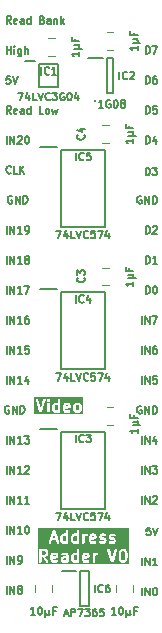
<source format=gto>
%TF.GenerationSoftware,KiCad,Pcbnew,8.0.4*%
%TF.CreationDate,2024-08-14T10:09:38+02:00*%
%TF.ProjectId,Video Address Reader,56696465-6f20-4416-9464-726573732052,rev?*%
%TF.SameCoordinates,PX54c81a0PY37b6b20*%
%TF.FileFunction,Legend,Top*%
%TF.FilePolarity,Positive*%
%FSLAX46Y46*%
G04 Gerber Fmt 4.6, Leading zero omitted, Abs format (unit mm)*
G04 Created by KiCad (PCBNEW 8.0.4) date 2024-08-14 10:09:38*
%MOMM*%
%LPD*%
G01*
G04 APERTURE LIST*
%ADD10C,0.150000*%
%ADD11C,0.200000*%
%ADD12C,0.120000*%
G04 APERTURE END LIST*
D10*
X12704125Y-38385963D02*
X12704125Y-37750963D01*
X13006506Y-38385963D02*
X13006506Y-37750963D01*
X13006506Y-37750963D02*
X13369363Y-38385963D01*
X13369363Y-38385963D02*
X13369363Y-37750963D01*
X13611268Y-37750963D02*
X14004363Y-37750963D01*
X14004363Y-37750963D02*
X13792696Y-37992867D01*
X13792696Y-37992867D02*
X13883411Y-37992867D01*
X13883411Y-37992867D02*
X13943887Y-38023105D01*
X13943887Y-38023105D02*
X13974125Y-38053344D01*
X13974125Y-38053344D02*
X14004363Y-38113820D01*
X14004363Y-38113820D02*
X14004363Y-38265010D01*
X14004363Y-38265010D02*
X13974125Y-38325486D01*
X13974125Y-38325486D02*
X13943887Y-38355725D01*
X13943887Y-38355725D02*
X13883411Y-38385963D01*
X13883411Y-38385963D02*
X13701982Y-38385963D01*
X13701982Y-38385963D02*
X13641506Y-38355725D01*
X13641506Y-38355725D02*
X13611268Y-38325486D01*
X13429839Y-42957963D02*
X13127458Y-42957963D01*
X13127458Y-42957963D02*
X13097220Y-43260344D01*
X13097220Y-43260344D02*
X13127458Y-43230105D01*
X13127458Y-43230105D02*
X13187934Y-43199867D01*
X13187934Y-43199867D02*
X13339125Y-43199867D01*
X13339125Y-43199867D02*
X13399601Y-43230105D01*
X13399601Y-43230105D02*
X13429839Y-43260344D01*
X13429839Y-43260344D02*
X13460077Y-43320820D01*
X13460077Y-43320820D02*
X13460077Y-43472010D01*
X13460077Y-43472010D02*
X13429839Y-43532486D01*
X13429839Y-43532486D02*
X13399601Y-43562725D01*
X13399601Y-43562725D02*
X13339125Y-43592963D01*
X13339125Y-43592963D02*
X13187934Y-43592963D01*
X13187934Y-43592963D02*
X13127458Y-43562725D01*
X13127458Y-43562725D02*
X13097220Y-43532486D01*
X13641506Y-42957963D02*
X13853172Y-43592963D01*
X13853172Y-43592963D02*
X14064839Y-42957963D01*
X12704125Y-46132963D02*
X12704125Y-45497963D01*
X13006506Y-46132963D02*
X13006506Y-45497963D01*
X13006506Y-45497963D02*
X13369363Y-46132963D01*
X13369363Y-46132963D02*
X13369363Y-45497963D01*
X14004363Y-46132963D02*
X13641506Y-46132963D01*
X13822934Y-46132963D02*
X13822934Y-45497963D01*
X13822934Y-45497963D02*
X13762458Y-45588677D01*
X13762458Y-45588677D02*
X13701982Y-45649153D01*
X13701982Y-45649153D02*
X13641506Y-45679391D01*
X1265874Y-20605963D02*
X1265874Y-19970963D01*
X1568255Y-20605963D02*
X1568255Y-19970963D01*
X1568255Y-19970963D02*
X1931112Y-20605963D01*
X1931112Y-20605963D02*
X1931112Y-19970963D01*
X2566112Y-20605963D02*
X2203255Y-20605963D01*
X2384683Y-20605963D02*
X2384683Y-19970963D01*
X2384683Y-19970963D02*
X2324207Y-20061677D01*
X2324207Y-20061677D02*
X2263731Y-20122153D01*
X2263731Y-20122153D02*
X2203255Y-20152391D01*
X2928969Y-20243105D02*
X2868493Y-20212867D01*
X2868493Y-20212867D02*
X2838255Y-20182629D01*
X2838255Y-20182629D02*
X2808017Y-20122153D01*
X2808017Y-20122153D02*
X2808017Y-20091915D01*
X2808017Y-20091915D02*
X2838255Y-20031439D01*
X2838255Y-20031439D02*
X2868493Y-20001201D01*
X2868493Y-20001201D02*
X2928969Y-19970963D01*
X2928969Y-19970963D02*
X3049922Y-19970963D01*
X3049922Y-19970963D02*
X3110398Y-20001201D01*
X3110398Y-20001201D02*
X3140636Y-20031439D01*
X3140636Y-20031439D02*
X3170874Y-20091915D01*
X3170874Y-20091915D02*
X3170874Y-20122153D01*
X3170874Y-20122153D02*
X3140636Y-20182629D01*
X3140636Y-20182629D02*
X3110398Y-20212867D01*
X3110398Y-20212867D02*
X3049922Y-20243105D01*
X3049922Y-20243105D02*
X2928969Y-20243105D01*
X2928969Y-20243105D02*
X2868493Y-20273344D01*
X2868493Y-20273344D02*
X2838255Y-20303582D01*
X2838255Y-20303582D02*
X2808017Y-20364058D01*
X2808017Y-20364058D02*
X2808017Y-20485010D01*
X2808017Y-20485010D02*
X2838255Y-20545486D01*
X2838255Y-20545486D02*
X2868493Y-20575725D01*
X2868493Y-20575725D02*
X2928969Y-20605963D01*
X2928969Y-20605963D02*
X3049922Y-20605963D01*
X3049922Y-20605963D02*
X3110398Y-20575725D01*
X3110398Y-20575725D02*
X3140636Y-20545486D01*
X3140636Y-20545486D02*
X3170874Y-20485010D01*
X3170874Y-20485010D02*
X3170874Y-20364058D01*
X3170874Y-20364058D02*
X3140636Y-20303582D01*
X3140636Y-20303582D02*
X3110398Y-20273344D01*
X3110398Y-20273344D02*
X3049922Y-20243105D01*
X12704125Y-25685963D02*
X12704125Y-25050963D01*
X13006506Y-25685963D02*
X13006506Y-25050963D01*
X13006506Y-25050963D02*
X13369363Y-25685963D01*
X13369363Y-25685963D02*
X13369363Y-25050963D01*
X13611268Y-25050963D02*
X14034601Y-25050963D01*
X14034601Y-25050963D02*
X13762458Y-25685963D01*
X12673887Y-14921201D02*
X12613411Y-14890963D01*
X12613411Y-14890963D02*
X12522697Y-14890963D01*
X12522697Y-14890963D02*
X12431982Y-14921201D01*
X12431982Y-14921201D02*
X12371506Y-14981677D01*
X12371506Y-14981677D02*
X12341268Y-15042153D01*
X12341268Y-15042153D02*
X12311030Y-15163105D01*
X12311030Y-15163105D02*
X12311030Y-15253820D01*
X12311030Y-15253820D02*
X12341268Y-15374772D01*
X12341268Y-15374772D02*
X12371506Y-15435248D01*
X12371506Y-15435248D02*
X12431982Y-15495725D01*
X12431982Y-15495725D02*
X12522697Y-15525963D01*
X12522697Y-15525963D02*
X12583173Y-15525963D01*
X12583173Y-15525963D02*
X12673887Y-15495725D01*
X12673887Y-15495725D02*
X12704125Y-15465486D01*
X12704125Y-15465486D02*
X12704125Y-15253820D01*
X12704125Y-15253820D02*
X12583173Y-15253820D01*
X12976268Y-15525963D02*
X12976268Y-14890963D01*
X12976268Y-14890963D02*
X13339125Y-15525963D01*
X13339125Y-15525963D02*
X13339125Y-14890963D01*
X13641506Y-15525963D02*
X13641506Y-14890963D01*
X13641506Y-14890963D02*
X13792696Y-14890963D01*
X13792696Y-14890963D02*
X13883411Y-14921201D01*
X13883411Y-14921201D02*
X13943887Y-14981677D01*
X13943887Y-14981677D02*
X13974125Y-15042153D01*
X13974125Y-15042153D02*
X14004363Y-15163105D01*
X14004363Y-15163105D02*
X14004363Y-15253820D01*
X14004363Y-15253820D02*
X13974125Y-15374772D01*
X13974125Y-15374772D02*
X13943887Y-15435248D01*
X13943887Y-15435248D02*
X13883411Y-15495725D01*
X13883411Y-15495725D02*
X13792696Y-15525963D01*
X13792696Y-15525963D02*
X13641506Y-15525963D01*
X1471493Y-32701201D02*
X1411017Y-32670963D01*
X1411017Y-32670963D02*
X1320303Y-32670963D01*
X1320303Y-32670963D02*
X1229588Y-32701201D01*
X1229588Y-32701201D02*
X1169112Y-32761677D01*
X1169112Y-32761677D02*
X1138874Y-32822153D01*
X1138874Y-32822153D02*
X1108636Y-32943105D01*
X1108636Y-32943105D02*
X1108636Y-33033820D01*
X1108636Y-33033820D02*
X1138874Y-33154772D01*
X1138874Y-33154772D02*
X1169112Y-33215248D01*
X1169112Y-33215248D02*
X1229588Y-33275725D01*
X1229588Y-33275725D02*
X1320303Y-33305963D01*
X1320303Y-33305963D02*
X1380779Y-33305963D01*
X1380779Y-33305963D02*
X1471493Y-33275725D01*
X1471493Y-33275725D02*
X1501731Y-33245486D01*
X1501731Y-33245486D02*
X1501731Y-33033820D01*
X1501731Y-33033820D02*
X1380779Y-33033820D01*
X1773874Y-33305963D02*
X1773874Y-32670963D01*
X1773874Y-32670963D02*
X2136731Y-33305963D01*
X2136731Y-33305963D02*
X2136731Y-32670963D01*
X2439112Y-33305963D02*
X2439112Y-32670963D01*
X2439112Y-32670963D02*
X2590302Y-32670963D01*
X2590302Y-32670963D02*
X2681017Y-32701201D01*
X2681017Y-32701201D02*
X2741493Y-32761677D01*
X2741493Y-32761677D02*
X2771731Y-32822153D01*
X2771731Y-32822153D02*
X2801969Y-32943105D01*
X2801969Y-32943105D02*
X2801969Y-33033820D01*
X2801969Y-33033820D02*
X2771731Y-33154772D01*
X2771731Y-33154772D02*
X2741493Y-33215248D01*
X2741493Y-33215248D02*
X2681017Y-33275725D01*
X2681017Y-33275725D02*
X2590302Y-33305963D01*
X2590302Y-33305963D02*
X2439112Y-33305963D01*
X1265874Y-2825963D02*
X1265874Y-2190963D01*
X1265874Y-2493344D02*
X1628731Y-2493344D01*
X1628731Y-2825963D02*
X1628731Y-2190963D01*
X1931112Y-2825963D02*
X1931112Y-2402629D01*
X1931112Y-2190963D02*
X1900874Y-2221201D01*
X1900874Y-2221201D02*
X1931112Y-2251439D01*
X1931112Y-2251439D02*
X1961350Y-2221201D01*
X1961350Y-2221201D02*
X1931112Y-2190963D01*
X1931112Y-2190963D02*
X1931112Y-2251439D01*
X2505636Y-2402629D02*
X2505636Y-2916677D01*
X2505636Y-2916677D02*
X2475398Y-2977153D01*
X2475398Y-2977153D02*
X2445160Y-3007391D01*
X2445160Y-3007391D02*
X2384683Y-3037629D01*
X2384683Y-3037629D02*
X2293969Y-3037629D01*
X2293969Y-3037629D02*
X2233493Y-3007391D01*
X2505636Y-2795725D02*
X2445160Y-2825963D01*
X2445160Y-2825963D02*
X2324207Y-2825963D01*
X2324207Y-2825963D02*
X2263731Y-2795725D01*
X2263731Y-2795725D02*
X2233493Y-2765486D01*
X2233493Y-2765486D02*
X2203255Y-2705010D01*
X2203255Y-2705010D02*
X2203255Y-2523582D01*
X2203255Y-2523582D02*
X2233493Y-2463105D01*
X2233493Y-2463105D02*
X2263731Y-2432867D01*
X2263731Y-2432867D02*
X2324207Y-2402629D01*
X2324207Y-2402629D02*
X2445160Y-2402629D01*
X2445160Y-2402629D02*
X2505636Y-2432867D01*
X2808017Y-2825963D02*
X2808017Y-2190963D01*
X3080160Y-2825963D02*
X3080160Y-2493344D01*
X3080160Y-2493344D02*
X3049922Y-2432867D01*
X3049922Y-2432867D02*
X2989446Y-2402629D01*
X2989446Y-2402629D02*
X2898731Y-2402629D01*
X2898731Y-2402629D02*
X2838255Y-2432867D01*
X2838255Y-2432867D02*
X2808017Y-2463105D01*
X1265874Y-38385963D02*
X1265874Y-37750963D01*
X1568255Y-38385963D02*
X1568255Y-37750963D01*
X1568255Y-37750963D02*
X1931112Y-38385963D01*
X1931112Y-38385963D02*
X1931112Y-37750963D01*
X2566112Y-38385963D02*
X2203255Y-38385963D01*
X2384683Y-38385963D02*
X2384683Y-37750963D01*
X2384683Y-37750963D02*
X2324207Y-37841677D01*
X2324207Y-37841677D02*
X2263731Y-37902153D01*
X2263731Y-37902153D02*
X2203255Y-37932391D01*
X2808017Y-37811439D02*
X2838255Y-37781201D01*
X2838255Y-37781201D02*
X2898731Y-37750963D01*
X2898731Y-37750963D02*
X3049922Y-37750963D01*
X3049922Y-37750963D02*
X3110398Y-37781201D01*
X3110398Y-37781201D02*
X3140636Y-37811439D01*
X3140636Y-37811439D02*
X3170874Y-37871915D01*
X3170874Y-37871915D02*
X3170874Y-37932391D01*
X3170874Y-37932391D02*
X3140636Y-38023105D01*
X3140636Y-38023105D02*
X2777779Y-38385963D01*
X2777779Y-38385963D02*
X3170874Y-38385963D01*
X13036744Y-7905963D02*
X13036744Y-7270963D01*
X13036744Y-7270963D02*
X13187934Y-7270963D01*
X13187934Y-7270963D02*
X13278649Y-7301201D01*
X13278649Y-7301201D02*
X13339125Y-7361677D01*
X13339125Y-7361677D02*
X13369363Y-7422153D01*
X13369363Y-7422153D02*
X13399601Y-7543105D01*
X13399601Y-7543105D02*
X13399601Y-7633820D01*
X13399601Y-7633820D02*
X13369363Y-7754772D01*
X13369363Y-7754772D02*
X13339125Y-7815248D01*
X13339125Y-7815248D02*
X13278649Y-7875725D01*
X13278649Y-7875725D02*
X13187934Y-7905963D01*
X13187934Y-7905963D02*
X13036744Y-7905963D01*
X13974125Y-7270963D02*
X13671744Y-7270963D01*
X13671744Y-7270963D02*
X13641506Y-7573344D01*
X13641506Y-7573344D02*
X13671744Y-7543105D01*
X13671744Y-7543105D02*
X13732220Y-7512867D01*
X13732220Y-7512867D02*
X13883411Y-7512867D01*
X13883411Y-7512867D02*
X13943887Y-7543105D01*
X13943887Y-7543105D02*
X13974125Y-7573344D01*
X13974125Y-7573344D02*
X14004363Y-7633820D01*
X14004363Y-7633820D02*
X14004363Y-7785010D01*
X14004363Y-7785010D02*
X13974125Y-7845486D01*
X13974125Y-7845486D02*
X13943887Y-7875725D01*
X13943887Y-7875725D02*
X13883411Y-7905963D01*
X13883411Y-7905963D02*
X13732220Y-7905963D01*
X13732220Y-7905963D02*
X13671744Y-7875725D01*
X13671744Y-7875725D02*
X13641506Y-7845486D01*
X1265874Y-35845963D02*
X1265874Y-35210963D01*
X1568255Y-35845963D02*
X1568255Y-35210963D01*
X1568255Y-35210963D02*
X1931112Y-35845963D01*
X1931112Y-35845963D02*
X1931112Y-35210963D01*
X2566112Y-35845963D02*
X2203255Y-35845963D01*
X2384683Y-35845963D02*
X2384683Y-35210963D01*
X2384683Y-35210963D02*
X2324207Y-35301677D01*
X2324207Y-35301677D02*
X2263731Y-35362153D01*
X2263731Y-35362153D02*
X2203255Y-35392391D01*
X2777779Y-35210963D02*
X3170874Y-35210963D01*
X3170874Y-35210963D02*
X2959207Y-35452867D01*
X2959207Y-35452867D02*
X3049922Y-35452867D01*
X3049922Y-35452867D02*
X3110398Y-35483105D01*
X3110398Y-35483105D02*
X3140636Y-35513344D01*
X3140636Y-35513344D02*
X3170874Y-35573820D01*
X3170874Y-35573820D02*
X3170874Y-35725010D01*
X3170874Y-35725010D02*
X3140636Y-35785486D01*
X3140636Y-35785486D02*
X3110398Y-35815725D01*
X3110398Y-35815725D02*
X3049922Y-35845963D01*
X3049922Y-35845963D02*
X2868493Y-35845963D01*
X2868493Y-35845963D02*
X2808017Y-35815725D01*
X2808017Y-35815725D02*
X2777779Y-35785486D01*
X1265874Y-23145963D02*
X1265874Y-22510963D01*
X1568255Y-23145963D02*
X1568255Y-22510963D01*
X1568255Y-22510963D02*
X1931112Y-23145963D01*
X1931112Y-23145963D02*
X1931112Y-22510963D01*
X2566112Y-23145963D02*
X2203255Y-23145963D01*
X2384683Y-23145963D02*
X2384683Y-22510963D01*
X2384683Y-22510963D02*
X2324207Y-22601677D01*
X2324207Y-22601677D02*
X2263731Y-22662153D01*
X2263731Y-22662153D02*
X2203255Y-22692391D01*
X2777779Y-22510963D02*
X3201112Y-22510963D01*
X3201112Y-22510963D02*
X2928969Y-23145963D01*
X1265874Y-18065963D02*
X1265874Y-17430963D01*
X1568255Y-18065963D02*
X1568255Y-17430963D01*
X1568255Y-17430963D02*
X1931112Y-18065963D01*
X1931112Y-18065963D02*
X1931112Y-17430963D01*
X2566112Y-18065963D02*
X2203255Y-18065963D01*
X2384683Y-18065963D02*
X2384683Y-17430963D01*
X2384683Y-17430963D02*
X2324207Y-17521677D01*
X2324207Y-17521677D02*
X2263731Y-17582153D01*
X2263731Y-17582153D02*
X2203255Y-17612391D01*
X2868493Y-18065963D02*
X2989445Y-18065963D01*
X2989445Y-18065963D02*
X3049922Y-18035725D01*
X3049922Y-18035725D02*
X3080160Y-18005486D01*
X3080160Y-18005486D02*
X3140636Y-17914772D01*
X3140636Y-17914772D02*
X3170874Y-17793820D01*
X3170874Y-17793820D02*
X3170874Y-17551915D01*
X3170874Y-17551915D02*
X3140636Y-17491439D01*
X3140636Y-17491439D02*
X3110398Y-17461201D01*
X3110398Y-17461201D02*
X3049922Y-17430963D01*
X3049922Y-17430963D02*
X2928969Y-17430963D01*
X2928969Y-17430963D02*
X2868493Y-17461201D01*
X2868493Y-17461201D02*
X2838255Y-17491439D01*
X2838255Y-17491439D02*
X2808017Y-17551915D01*
X2808017Y-17551915D02*
X2808017Y-17703105D01*
X2808017Y-17703105D02*
X2838255Y-17763582D01*
X2838255Y-17763582D02*
X2868493Y-17793820D01*
X2868493Y-17793820D02*
X2928969Y-17824058D01*
X2928969Y-17824058D02*
X3049922Y-17824058D01*
X3049922Y-17824058D02*
X3110398Y-17793820D01*
X3110398Y-17793820D02*
X3140636Y-17763582D01*
X3140636Y-17763582D02*
X3170874Y-17703105D01*
X1628731Y-12925486D02*
X1598493Y-12955725D01*
X1598493Y-12955725D02*
X1507779Y-12985963D01*
X1507779Y-12985963D02*
X1447303Y-12985963D01*
X1447303Y-12985963D02*
X1356588Y-12955725D01*
X1356588Y-12955725D02*
X1296112Y-12895248D01*
X1296112Y-12895248D02*
X1265874Y-12834772D01*
X1265874Y-12834772D02*
X1235636Y-12713820D01*
X1235636Y-12713820D02*
X1235636Y-12623105D01*
X1235636Y-12623105D02*
X1265874Y-12502153D01*
X1265874Y-12502153D02*
X1296112Y-12441677D01*
X1296112Y-12441677D02*
X1356588Y-12381201D01*
X1356588Y-12381201D02*
X1447303Y-12350963D01*
X1447303Y-12350963D02*
X1507779Y-12350963D01*
X1507779Y-12350963D02*
X1598493Y-12381201D01*
X1598493Y-12381201D02*
X1628731Y-12411439D01*
X2203255Y-12985963D02*
X1900874Y-12985963D01*
X1900874Y-12985963D02*
X1900874Y-12350963D01*
X2414922Y-12985963D02*
X2414922Y-12350963D01*
X2777779Y-12985963D02*
X2505636Y-12623105D01*
X2777779Y-12350963D02*
X2414922Y-12713820D01*
X13036744Y-5365963D02*
X13036744Y-4730963D01*
X13036744Y-4730963D02*
X13187934Y-4730963D01*
X13187934Y-4730963D02*
X13278649Y-4761201D01*
X13278649Y-4761201D02*
X13339125Y-4821677D01*
X13339125Y-4821677D02*
X13369363Y-4882153D01*
X13369363Y-4882153D02*
X13399601Y-5003105D01*
X13399601Y-5003105D02*
X13399601Y-5093820D01*
X13399601Y-5093820D02*
X13369363Y-5214772D01*
X13369363Y-5214772D02*
X13339125Y-5275248D01*
X13339125Y-5275248D02*
X13278649Y-5335725D01*
X13278649Y-5335725D02*
X13187934Y-5365963D01*
X13187934Y-5365963D02*
X13036744Y-5365963D01*
X13943887Y-4730963D02*
X13822934Y-4730963D01*
X13822934Y-4730963D02*
X13762458Y-4761201D01*
X13762458Y-4761201D02*
X13732220Y-4791439D01*
X13732220Y-4791439D02*
X13671744Y-4882153D01*
X13671744Y-4882153D02*
X13641506Y-5003105D01*
X13641506Y-5003105D02*
X13641506Y-5245010D01*
X13641506Y-5245010D02*
X13671744Y-5305486D01*
X13671744Y-5305486D02*
X13701982Y-5335725D01*
X13701982Y-5335725D02*
X13762458Y-5365963D01*
X13762458Y-5365963D02*
X13883411Y-5365963D01*
X13883411Y-5365963D02*
X13943887Y-5335725D01*
X13943887Y-5335725D02*
X13974125Y-5305486D01*
X13974125Y-5305486D02*
X14004363Y-5245010D01*
X14004363Y-5245010D02*
X14004363Y-5093820D01*
X14004363Y-5093820D02*
X13974125Y-5033344D01*
X13974125Y-5033344D02*
X13943887Y-5003105D01*
X13943887Y-5003105D02*
X13883411Y-4972867D01*
X13883411Y-4972867D02*
X13762458Y-4972867D01*
X13762458Y-4972867D02*
X13701982Y-5003105D01*
X13701982Y-5003105D02*
X13671744Y-5033344D01*
X13671744Y-5033344D02*
X13641506Y-5093820D01*
X12704125Y-28225963D02*
X12704125Y-27590963D01*
X13006506Y-28225963D02*
X13006506Y-27590963D01*
X13006506Y-27590963D02*
X13369363Y-28225963D01*
X13369363Y-28225963D02*
X13369363Y-27590963D01*
X13943887Y-27590963D02*
X13822934Y-27590963D01*
X13822934Y-27590963D02*
X13762458Y-27621201D01*
X13762458Y-27621201D02*
X13732220Y-27651439D01*
X13732220Y-27651439D02*
X13671744Y-27742153D01*
X13671744Y-27742153D02*
X13641506Y-27863105D01*
X13641506Y-27863105D02*
X13641506Y-28105010D01*
X13641506Y-28105010D02*
X13671744Y-28165486D01*
X13671744Y-28165486D02*
X13701982Y-28195725D01*
X13701982Y-28195725D02*
X13762458Y-28225963D01*
X13762458Y-28225963D02*
X13883411Y-28225963D01*
X13883411Y-28225963D02*
X13943887Y-28195725D01*
X13943887Y-28195725D02*
X13974125Y-28165486D01*
X13974125Y-28165486D02*
X14004363Y-28105010D01*
X14004363Y-28105010D02*
X14004363Y-27953820D01*
X14004363Y-27953820D02*
X13974125Y-27893344D01*
X13974125Y-27893344D02*
X13943887Y-27863105D01*
X13943887Y-27863105D02*
X13883411Y-27832867D01*
X13883411Y-27832867D02*
X13762458Y-27832867D01*
X13762458Y-27832867D02*
X13701982Y-27863105D01*
X13701982Y-27863105D02*
X13671744Y-27893344D01*
X13671744Y-27893344D02*
X13641506Y-27953820D01*
X1265874Y-30765963D02*
X1265874Y-30130963D01*
X1568255Y-30765963D02*
X1568255Y-30130963D01*
X1568255Y-30130963D02*
X1931112Y-30765963D01*
X1931112Y-30765963D02*
X1931112Y-30130963D01*
X2566112Y-30765963D02*
X2203255Y-30765963D01*
X2384683Y-30765963D02*
X2384683Y-30130963D01*
X2384683Y-30130963D02*
X2324207Y-30221677D01*
X2324207Y-30221677D02*
X2263731Y-30282153D01*
X2263731Y-30282153D02*
X2203255Y-30312391D01*
X3110398Y-30342629D02*
X3110398Y-30765963D01*
X2959207Y-30100725D02*
X2808017Y-30554296D01*
X2808017Y-30554296D02*
X3201112Y-30554296D01*
X13036744Y-10445963D02*
X13036744Y-9810963D01*
X13036744Y-9810963D02*
X13187934Y-9810963D01*
X13187934Y-9810963D02*
X13278649Y-9841201D01*
X13278649Y-9841201D02*
X13339125Y-9901677D01*
X13339125Y-9901677D02*
X13369363Y-9962153D01*
X13369363Y-9962153D02*
X13399601Y-10083105D01*
X13399601Y-10083105D02*
X13399601Y-10173820D01*
X13399601Y-10173820D02*
X13369363Y-10294772D01*
X13369363Y-10294772D02*
X13339125Y-10355248D01*
X13339125Y-10355248D02*
X13278649Y-10415725D01*
X13278649Y-10415725D02*
X13187934Y-10445963D01*
X13187934Y-10445963D02*
X13036744Y-10445963D01*
X13943887Y-10022629D02*
X13943887Y-10445963D01*
X13792696Y-9780725D02*
X13641506Y-10234296D01*
X13641506Y-10234296D02*
X14034601Y-10234296D01*
X1265874Y-43465963D02*
X1265874Y-42830963D01*
X1568255Y-43465963D02*
X1568255Y-42830963D01*
X1568255Y-42830963D02*
X1931112Y-43465963D01*
X1931112Y-43465963D02*
X1931112Y-42830963D01*
X2566112Y-43465963D02*
X2203255Y-43465963D01*
X2384683Y-43465963D02*
X2384683Y-42830963D01*
X2384683Y-42830963D02*
X2324207Y-42921677D01*
X2324207Y-42921677D02*
X2263731Y-42982153D01*
X2263731Y-42982153D02*
X2203255Y-43012391D01*
X2959207Y-42830963D02*
X3019684Y-42830963D01*
X3019684Y-42830963D02*
X3080160Y-42861201D01*
X3080160Y-42861201D02*
X3110398Y-42891439D01*
X3110398Y-42891439D02*
X3140636Y-42951915D01*
X3140636Y-42951915D02*
X3170874Y-43072867D01*
X3170874Y-43072867D02*
X3170874Y-43224058D01*
X3170874Y-43224058D02*
X3140636Y-43345010D01*
X3140636Y-43345010D02*
X3110398Y-43405486D01*
X3110398Y-43405486D02*
X3080160Y-43435725D01*
X3080160Y-43435725D02*
X3019684Y-43465963D01*
X3019684Y-43465963D02*
X2959207Y-43465963D01*
X2959207Y-43465963D02*
X2898731Y-43435725D01*
X2898731Y-43435725D02*
X2868493Y-43405486D01*
X2868493Y-43405486D02*
X2838255Y-43345010D01*
X2838255Y-43345010D02*
X2808017Y-43224058D01*
X2808017Y-43224058D02*
X2808017Y-43072867D01*
X2808017Y-43072867D02*
X2838255Y-42951915D01*
X2838255Y-42951915D02*
X2868493Y-42891439D01*
X2868493Y-42891439D02*
X2898731Y-42861201D01*
X2898731Y-42861201D02*
X2959207Y-42830963D01*
X1265874Y-10445963D02*
X1265874Y-9810963D01*
X1568255Y-10445963D02*
X1568255Y-9810963D01*
X1568255Y-9810963D02*
X1931112Y-10445963D01*
X1931112Y-10445963D02*
X1931112Y-9810963D01*
X2203255Y-9871439D02*
X2233493Y-9841201D01*
X2233493Y-9841201D02*
X2293969Y-9810963D01*
X2293969Y-9810963D02*
X2445160Y-9810963D01*
X2445160Y-9810963D02*
X2505636Y-9841201D01*
X2505636Y-9841201D02*
X2535874Y-9871439D01*
X2535874Y-9871439D02*
X2566112Y-9931915D01*
X2566112Y-9931915D02*
X2566112Y-9992391D01*
X2566112Y-9992391D02*
X2535874Y-10083105D01*
X2535874Y-10083105D02*
X2173017Y-10445963D01*
X2173017Y-10445963D02*
X2566112Y-10445963D01*
X2959207Y-9810963D02*
X3019684Y-9810963D01*
X3019684Y-9810963D02*
X3080160Y-9841201D01*
X3080160Y-9841201D02*
X3110398Y-9871439D01*
X3110398Y-9871439D02*
X3140636Y-9931915D01*
X3140636Y-9931915D02*
X3170874Y-10052867D01*
X3170874Y-10052867D02*
X3170874Y-10204058D01*
X3170874Y-10204058D02*
X3140636Y-10325010D01*
X3140636Y-10325010D02*
X3110398Y-10385486D01*
X3110398Y-10385486D02*
X3080160Y-10415725D01*
X3080160Y-10415725D02*
X3019684Y-10445963D01*
X3019684Y-10445963D02*
X2959207Y-10445963D01*
X2959207Y-10445963D02*
X2898731Y-10415725D01*
X2898731Y-10415725D02*
X2868493Y-10385486D01*
X2868493Y-10385486D02*
X2838255Y-10325010D01*
X2838255Y-10325010D02*
X2808017Y-10204058D01*
X2808017Y-10204058D02*
X2808017Y-10052867D01*
X2808017Y-10052867D02*
X2838255Y-9931915D01*
X2838255Y-9931915D02*
X2868493Y-9871439D01*
X2868493Y-9871439D02*
X2898731Y-9841201D01*
X2898731Y-9841201D02*
X2959207Y-9810963D01*
X13036744Y-2825963D02*
X13036744Y-2190963D01*
X13036744Y-2190963D02*
X13187934Y-2190963D01*
X13187934Y-2190963D02*
X13278649Y-2221201D01*
X13278649Y-2221201D02*
X13339125Y-2281677D01*
X13339125Y-2281677D02*
X13369363Y-2342153D01*
X13369363Y-2342153D02*
X13399601Y-2463105D01*
X13399601Y-2463105D02*
X13399601Y-2553820D01*
X13399601Y-2553820D02*
X13369363Y-2674772D01*
X13369363Y-2674772D02*
X13339125Y-2735248D01*
X13339125Y-2735248D02*
X13278649Y-2795725D01*
X13278649Y-2795725D02*
X13187934Y-2825963D01*
X13187934Y-2825963D02*
X13036744Y-2825963D01*
X13611268Y-2190963D02*
X14034601Y-2190963D01*
X14034601Y-2190963D02*
X13762458Y-2825963D01*
X12704125Y-48672963D02*
X12704125Y-48037963D01*
X13006506Y-48672963D02*
X13006506Y-48037963D01*
X13006506Y-48037963D02*
X13369363Y-48672963D01*
X13369363Y-48672963D02*
X13369363Y-48037963D01*
X13792696Y-48037963D02*
X13853173Y-48037963D01*
X13853173Y-48037963D02*
X13913649Y-48068201D01*
X13913649Y-48068201D02*
X13943887Y-48098439D01*
X13943887Y-48098439D02*
X13974125Y-48158915D01*
X13974125Y-48158915D02*
X14004363Y-48279867D01*
X14004363Y-48279867D02*
X14004363Y-48431058D01*
X14004363Y-48431058D02*
X13974125Y-48552010D01*
X13974125Y-48552010D02*
X13943887Y-48612486D01*
X13943887Y-48612486D02*
X13913649Y-48642725D01*
X13913649Y-48642725D02*
X13853173Y-48672963D01*
X13853173Y-48672963D02*
X13792696Y-48672963D01*
X13792696Y-48672963D02*
X13732220Y-48642725D01*
X13732220Y-48642725D02*
X13701982Y-48612486D01*
X13701982Y-48612486D02*
X13671744Y-48552010D01*
X13671744Y-48552010D02*
X13641506Y-48431058D01*
X13641506Y-48431058D02*
X13641506Y-48279867D01*
X13641506Y-48279867D02*
X13671744Y-48158915D01*
X13671744Y-48158915D02*
X13701982Y-48098439D01*
X13701982Y-48098439D02*
X13732220Y-48068201D01*
X13732220Y-48068201D02*
X13792696Y-48037963D01*
X1265874Y-46005963D02*
X1265874Y-45370963D01*
X1568255Y-46005963D02*
X1568255Y-45370963D01*
X1568255Y-45370963D02*
X1931112Y-46005963D01*
X1931112Y-46005963D02*
X1931112Y-45370963D01*
X2263731Y-46005963D02*
X2384683Y-46005963D01*
X2384683Y-46005963D02*
X2445160Y-45975725D01*
X2445160Y-45975725D02*
X2475398Y-45945486D01*
X2475398Y-45945486D02*
X2535874Y-45854772D01*
X2535874Y-45854772D02*
X2566112Y-45733820D01*
X2566112Y-45733820D02*
X2566112Y-45491915D01*
X2566112Y-45491915D02*
X2535874Y-45431439D01*
X2535874Y-45431439D02*
X2505636Y-45401201D01*
X2505636Y-45401201D02*
X2445160Y-45370963D01*
X2445160Y-45370963D02*
X2324207Y-45370963D01*
X2324207Y-45370963D02*
X2263731Y-45401201D01*
X2263731Y-45401201D02*
X2233493Y-45431439D01*
X2233493Y-45431439D02*
X2203255Y-45491915D01*
X2203255Y-45491915D02*
X2203255Y-45643105D01*
X2203255Y-45643105D02*
X2233493Y-45703582D01*
X2233493Y-45703582D02*
X2263731Y-45733820D01*
X2263731Y-45733820D02*
X2324207Y-45764058D01*
X2324207Y-45764058D02*
X2445160Y-45764058D01*
X2445160Y-45764058D02*
X2505636Y-45733820D01*
X2505636Y-45733820D02*
X2535874Y-45703582D01*
X2535874Y-45703582D02*
X2566112Y-45643105D01*
X12704125Y-30765963D02*
X12704125Y-30130963D01*
X13006506Y-30765963D02*
X13006506Y-30130963D01*
X13006506Y-30130963D02*
X13369363Y-30765963D01*
X13369363Y-30765963D02*
X13369363Y-30130963D01*
X13974125Y-30130963D02*
X13671744Y-30130963D01*
X13671744Y-30130963D02*
X13641506Y-30433344D01*
X13641506Y-30433344D02*
X13671744Y-30403105D01*
X13671744Y-30403105D02*
X13732220Y-30372867D01*
X13732220Y-30372867D02*
X13883411Y-30372867D01*
X13883411Y-30372867D02*
X13943887Y-30403105D01*
X13943887Y-30403105D02*
X13974125Y-30433344D01*
X13974125Y-30433344D02*
X14004363Y-30493820D01*
X14004363Y-30493820D02*
X14004363Y-30645010D01*
X14004363Y-30645010D02*
X13974125Y-30705486D01*
X13974125Y-30705486D02*
X13943887Y-30735725D01*
X13943887Y-30735725D02*
X13883411Y-30765963D01*
X13883411Y-30765963D02*
X13732220Y-30765963D01*
X13732220Y-30765963D02*
X13671744Y-30735725D01*
X13671744Y-30735725D02*
X13641506Y-30705486D01*
X13036744Y-23145963D02*
X13036744Y-22510963D01*
X13036744Y-22510963D02*
X13187934Y-22510963D01*
X13187934Y-22510963D02*
X13278649Y-22541201D01*
X13278649Y-22541201D02*
X13339125Y-22601677D01*
X13339125Y-22601677D02*
X13369363Y-22662153D01*
X13369363Y-22662153D02*
X13399601Y-22783105D01*
X13399601Y-22783105D02*
X13399601Y-22873820D01*
X13399601Y-22873820D02*
X13369363Y-22994772D01*
X13369363Y-22994772D02*
X13339125Y-23055248D01*
X13339125Y-23055248D02*
X13278649Y-23115725D01*
X13278649Y-23115725D02*
X13187934Y-23145963D01*
X13187934Y-23145963D02*
X13036744Y-23145963D01*
X13792696Y-22510963D02*
X13853173Y-22510963D01*
X13853173Y-22510963D02*
X13913649Y-22541201D01*
X13913649Y-22541201D02*
X13943887Y-22571439D01*
X13943887Y-22571439D02*
X13974125Y-22631915D01*
X13974125Y-22631915D02*
X14004363Y-22752867D01*
X14004363Y-22752867D02*
X14004363Y-22904058D01*
X14004363Y-22904058D02*
X13974125Y-23025010D01*
X13974125Y-23025010D02*
X13943887Y-23085486D01*
X13943887Y-23085486D02*
X13913649Y-23115725D01*
X13913649Y-23115725D02*
X13853173Y-23145963D01*
X13853173Y-23145963D02*
X13792696Y-23145963D01*
X13792696Y-23145963D02*
X13732220Y-23115725D01*
X13732220Y-23115725D02*
X13701982Y-23085486D01*
X13701982Y-23085486D02*
X13671744Y-23025010D01*
X13671744Y-23025010D02*
X13641506Y-22904058D01*
X13641506Y-22904058D02*
X13641506Y-22752867D01*
X13641506Y-22752867D02*
X13671744Y-22631915D01*
X13671744Y-22631915D02*
X13701982Y-22571439D01*
X13701982Y-22571439D02*
X13732220Y-22541201D01*
X13732220Y-22541201D02*
X13792696Y-22510963D01*
X12704125Y-35845963D02*
X12704125Y-35210963D01*
X13006506Y-35845963D02*
X13006506Y-35210963D01*
X13006506Y-35210963D02*
X13369363Y-35845963D01*
X13369363Y-35845963D02*
X13369363Y-35210963D01*
X13943887Y-35422629D02*
X13943887Y-35845963D01*
X13792696Y-35180725D02*
X13641506Y-35634296D01*
X13641506Y-35634296D02*
X14034601Y-35634296D01*
X1265874Y-25685963D02*
X1265874Y-25050963D01*
X1568255Y-25685963D02*
X1568255Y-25050963D01*
X1568255Y-25050963D02*
X1931112Y-25685963D01*
X1931112Y-25685963D02*
X1931112Y-25050963D01*
X2566112Y-25685963D02*
X2203255Y-25685963D01*
X2384683Y-25685963D02*
X2384683Y-25050963D01*
X2384683Y-25050963D02*
X2324207Y-25141677D01*
X2324207Y-25141677D02*
X2263731Y-25202153D01*
X2263731Y-25202153D02*
X2203255Y-25232391D01*
X3110398Y-25050963D02*
X2989445Y-25050963D01*
X2989445Y-25050963D02*
X2928969Y-25081201D01*
X2928969Y-25081201D02*
X2898731Y-25111439D01*
X2898731Y-25111439D02*
X2838255Y-25202153D01*
X2838255Y-25202153D02*
X2808017Y-25323105D01*
X2808017Y-25323105D02*
X2808017Y-25565010D01*
X2808017Y-25565010D02*
X2838255Y-25625486D01*
X2838255Y-25625486D02*
X2868493Y-25655725D01*
X2868493Y-25655725D02*
X2928969Y-25685963D01*
X2928969Y-25685963D02*
X3049922Y-25685963D01*
X3049922Y-25685963D02*
X3110398Y-25655725D01*
X3110398Y-25655725D02*
X3140636Y-25625486D01*
X3140636Y-25625486D02*
X3170874Y-25565010D01*
X3170874Y-25565010D02*
X3170874Y-25413820D01*
X3170874Y-25413820D02*
X3140636Y-25353344D01*
X3140636Y-25353344D02*
X3110398Y-25323105D01*
X3110398Y-25323105D02*
X3049922Y-25292867D01*
X3049922Y-25292867D02*
X2928969Y-25292867D01*
X2928969Y-25292867D02*
X2868493Y-25323105D01*
X2868493Y-25323105D02*
X2838255Y-25353344D01*
X2838255Y-25353344D02*
X2808017Y-25413820D01*
X13036744Y-13112963D02*
X13036744Y-12477963D01*
X13036744Y-12477963D02*
X13187934Y-12477963D01*
X13187934Y-12477963D02*
X13278649Y-12508201D01*
X13278649Y-12508201D02*
X13339125Y-12568677D01*
X13339125Y-12568677D02*
X13369363Y-12629153D01*
X13369363Y-12629153D02*
X13399601Y-12750105D01*
X13399601Y-12750105D02*
X13399601Y-12840820D01*
X13399601Y-12840820D02*
X13369363Y-12961772D01*
X13369363Y-12961772D02*
X13339125Y-13022248D01*
X13339125Y-13022248D02*
X13278649Y-13082725D01*
X13278649Y-13082725D02*
X13187934Y-13112963D01*
X13187934Y-13112963D02*
X13036744Y-13112963D01*
X13611268Y-12477963D02*
X14004363Y-12477963D01*
X14004363Y-12477963D02*
X13792696Y-12719867D01*
X13792696Y-12719867D02*
X13883411Y-12719867D01*
X13883411Y-12719867D02*
X13943887Y-12750105D01*
X13943887Y-12750105D02*
X13974125Y-12780344D01*
X13974125Y-12780344D02*
X14004363Y-12840820D01*
X14004363Y-12840820D02*
X14004363Y-12992010D01*
X14004363Y-12992010D02*
X13974125Y-13052486D01*
X13974125Y-13052486D02*
X13943887Y-13082725D01*
X13943887Y-13082725D02*
X13883411Y-13112963D01*
X13883411Y-13112963D02*
X13701982Y-13112963D01*
X13701982Y-13112963D02*
X13641506Y-13082725D01*
X13641506Y-13082725D02*
X13611268Y-13052486D01*
X13036744Y-18065963D02*
X13036744Y-17430963D01*
X13036744Y-17430963D02*
X13187934Y-17430963D01*
X13187934Y-17430963D02*
X13278649Y-17461201D01*
X13278649Y-17461201D02*
X13339125Y-17521677D01*
X13339125Y-17521677D02*
X13369363Y-17582153D01*
X13369363Y-17582153D02*
X13399601Y-17703105D01*
X13399601Y-17703105D02*
X13399601Y-17793820D01*
X13399601Y-17793820D02*
X13369363Y-17914772D01*
X13369363Y-17914772D02*
X13339125Y-17975248D01*
X13339125Y-17975248D02*
X13278649Y-18035725D01*
X13278649Y-18035725D02*
X13187934Y-18065963D01*
X13187934Y-18065963D02*
X13036744Y-18065963D01*
X13641506Y-17491439D02*
X13671744Y-17461201D01*
X13671744Y-17461201D02*
X13732220Y-17430963D01*
X13732220Y-17430963D02*
X13883411Y-17430963D01*
X13883411Y-17430963D02*
X13943887Y-17461201D01*
X13943887Y-17461201D02*
X13974125Y-17491439D01*
X13974125Y-17491439D02*
X14004363Y-17551915D01*
X14004363Y-17551915D02*
X14004363Y-17612391D01*
X14004363Y-17612391D02*
X13974125Y-17703105D01*
X13974125Y-17703105D02*
X13611268Y-18065963D01*
X13611268Y-18065963D02*
X14004363Y-18065963D01*
X1628731Y-7905963D02*
X1417064Y-7603582D01*
X1265874Y-7905963D02*
X1265874Y-7270963D01*
X1265874Y-7270963D02*
X1507779Y-7270963D01*
X1507779Y-7270963D02*
X1568255Y-7301201D01*
X1568255Y-7301201D02*
X1598493Y-7331439D01*
X1598493Y-7331439D02*
X1628731Y-7391915D01*
X1628731Y-7391915D02*
X1628731Y-7482629D01*
X1628731Y-7482629D02*
X1598493Y-7543105D01*
X1598493Y-7543105D02*
X1568255Y-7573344D01*
X1568255Y-7573344D02*
X1507779Y-7603582D01*
X1507779Y-7603582D02*
X1265874Y-7603582D01*
X2142779Y-7875725D02*
X2082303Y-7905963D01*
X2082303Y-7905963D02*
X1961350Y-7905963D01*
X1961350Y-7905963D02*
X1900874Y-7875725D01*
X1900874Y-7875725D02*
X1870636Y-7815248D01*
X1870636Y-7815248D02*
X1870636Y-7573344D01*
X1870636Y-7573344D02*
X1900874Y-7512867D01*
X1900874Y-7512867D02*
X1961350Y-7482629D01*
X1961350Y-7482629D02*
X2082303Y-7482629D01*
X2082303Y-7482629D02*
X2142779Y-7512867D01*
X2142779Y-7512867D02*
X2173017Y-7573344D01*
X2173017Y-7573344D02*
X2173017Y-7633820D01*
X2173017Y-7633820D02*
X1870636Y-7694296D01*
X2717303Y-7905963D02*
X2717303Y-7573344D01*
X2717303Y-7573344D02*
X2687065Y-7512867D01*
X2687065Y-7512867D02*
X2626589Y-7482629D01*
X2626589Y-7482629D02*
X2505636Y-7482629D01*
X2505636Y-7482629D02*
X2445160Y-7512867D01*
X2717303Y-7875725D02*
X2656827Y-7905963D01*
X2656827Y-7905963D02*
X2505636Y-7905963D01*
X2505636Y-7905963D02*
X2445160Y-7875725D01*
X2445160Y-7875725D02*
X2414922Y-7815248D01*
X2414922Y-7815248D02*
X2414922Y-7754772D01*
X2414922Y-7754772D02*
X2445160Y-7694296D01*
X2445160Y-7694296D02*
X2505636Y-7664058D01*
X2505636Y-7664058D02*
X2656827Y-7664058D01*
X2656827Y-7664058D02*
X2717303Y-7633820D01*
X3291827Y-7905963D02*
X3291827Y-7270963D01*
X3291827Y-7875725D02*
X3231351Y-7905963D01*
X3231351Y-7905963D02*
X3110398Y-7905963D01*
X3110398Y-7905963D02*
X3049922Y-7875725D01*
X3049922Y-7875725D02*
X3019684Y-7845486D01*
X3019684Y-7845486D02*
X2989446Y-7785010D01*
X2989446Y-7785010D02*
X2989446Y-7603582D01*
X2989446Y-7603582D02*
X3019684Y-7543105D01*
X3019684Y-7543105D02*
X3049922Y-7512867D01*
X3049922Y-7512867D02*
X3110398Y-7482629D01*
X3110398Y-7482629D02*
X3231351Y-7482629D01*
X3231351Y-7482629D02*
X3291827Y-7512867D01*
X4380399Y-7905963D02*
X4078018Y-7905963D01*
X4078018Y-7905963D02*
X4078018Y-7270963D01*
X4682780Y-7905963D02*
X4622304Y-7875725D01*
X4622304Y-7875725D02*
X4592066Y-7845486D01*
X4592066Y-7845486D02*
X4561828Y-7785010D01*
X4561828Y-7785010D02*
X4561828Y-7603582D01*
X4561828Y-7603582D02*
X4592066Y-7543105D01*
X4592066Y-7543105D02*
X4622304Y-7512867D01*
X4622304Y-7512867D02*
X4682780Y-7482629D01*
X4682780Y-7482629D02*
X4773495Y-7482629D01*
X4773495Y-7482629D02*
X4833971Y-7512867D01*
X4833971Y-7512867D02*
X4864209Y-7543105D01*
X4864209Y-7543105D02*
X4894447Y-7603582D01*
X4894447Y-7603582D02*
X4894447Y-7785010D01*
X4894447Y-7785010D02*
X4864209Y-7845486D01*
X4864209Y-7845486D02*
X4833971Y-7875725D01*
X4833971Y-7875725D02*
X4773495Y-7905963D01*
X4773495Y-7905963D02*
X4682780Y-7905963D01*
X5106114Y-7482629D02*
X5227066Y-7905963D01*
X5227066Y-7905963D02*
X5348019Y-7603582D01*
X5348019Y-7603582D02*
X5468971Y-7905963D01*
X5468971Y-7905963D02*
X5589923Y-7482629D01*
X1265874Y-40925963D02*
X1265874Y-40290963D01*
X1568255Y-40925963D02*
X1568255Y-40290963D01*
X1568255Y-40290963D02*
X1931112Y-40925963D01*
X1931112Y-40925963D02*
X1931112Y-40290963D01*
X2566112Y-40925963D02*
X2203255Y-40925963D01*
X2384683Y-40925963D02*
X2384683Y-40290963D01*
X2384683Y-40290963D02*
X2324207Y-40381677D01*
X2324207Y-40381677D02*
X2263731Y-40442153D01*
X2263731Y-40442153D02*
X2203255Y-40472391D01*
X3170874Y-40925963D02*
X2808017Y-40925963D01*
X2989445Y-40925963D02*
X2989445Y-40290963D01*
X2989445Y-40290963D02*
X2928969Y-40381677D01*
X2928969Y-40381677D02*
X2868493Y-40442153D01*
X2868493Y-40442153D02*
X2808017Y-40472391D01*
D11*
G36*
X5614999Y-32583974D02*
G01*
X5614999Y-33031796D01*
X5596154Y-33041219D01*
X5452892Y-33041219D01*
X5393282Y-33011414D01*
X5368615Y-32986746D01*
X5338809Y-32927134D01*
X5338809Y-32688635D01*
X5368614Y-32629025D01*
X5393282Y-32604356D01*
X5452892Y-32574552D01*
X5596154Y-32574552D01*
X5614999Y-32583974D01*
G37*
G36*
X6497606Y-32596707D02*
G01*
X6515056Y-32631607D01*
X6243571Y-32685904D01*
X6243571Y-32641016D01*
X6265726Y-32596706D01*
X6310035Y-32574552D01*
X6453297Y-32574552D01*
X6497606Y-32596707D01*
G37*
G36*
X7370049Y-32604357D02*
G01*
X7394718Y-32629025D01*
X7424523Y-32688635D01*
X7424523Y-32927135D01*
X7394718Y-32986743D01*
X7370049Y-33011413D01*
X7310440Y-33041219D01*
X7214797Y-33041219D01*
X7155187Y-33011414D01*
X7130520Y-32986746D01*
X7100714Y-32927134D01*
X7100714Y-32688635D01*
X7130519Y-32629025D01*
X7155187Y-32604356D01*
X7214797Y-32574552D01*
X7310440Y-32574552D01*
X7370049Y-32604357D01*
G37*
G36*
X7735634Y-33352330D02*
G01*
X3599912Y-33352330D01*
X3599912Y-32153726D01*
X3711023Y-32153726D01*
X3715370Y-32172842D01*
X4048703Y-33172841D01*
X4056694Y-33190742D01*
X4061377Y-33196141D01*
X4064572Y-33202531D01*
X4074043Y-33210746D01*
X4082259Y-33220218D01*
X4088647Y-33223412D01*
X4094048Y-33228096D01*
X4105949Y-33232063D01*
X4117158Y-33237667D01*
X4124282Y-33238173D01*
X4131064Y-33240434D01*
X4143573Y-33239544D01*
X4156078Y-33240434D01*
X4162856Y-33238174D01*
X4169984Y-33237668D01*
X4181200Y-33232059D01*
X4193094Y-33228095D01*
X4198491Y-33223414D01*
X4204883Y-33220218D01*
X4213101Y-33210742D01*
X4222570Y-33202530D01*
X4225763Y-33196143D01*
X4230448Y-33190742D01*
X4238439Y-33172842D01*
X4471202Y-32474552D01*
X4710238Y-32474552D01*
X4710238Y-33141219D01*
X4712159Y-33160728D01*
X4727091Y-33196776D01*
X4754681Y-33224366D01*
X4790729Y-33239298D01*
X4829747Y-33239298D01*
X4865795Y-33224366D01*
X4893385Y-33196776D01*
X4908317Y-33160728D01*
X4910238Y-33141219D01*
X4910238Y-32665028D01*
X5138809Y-32665028D01*
X5138809Y-32950742D01*
X5140730Y-32970251D01*
X5142105Y-32973571D01*
X5142360Y-32977155D01*
X5149366Y-32995463D01*
X5196985Y-33090701D01*
X5202268Y-33099093D01*
X5203280Y-33101537D01*
X5205536Y-33104286D01*
X5207428Y-33107291D01*
X5209422Y-33109020D01*
X5215717Y-33116690D01*
X5263335Y-33164310D01*
X5271003Y-33170603D01*
X5272735Y-33172600D01*
X5275743Y-33174493D01*
X5278489Y-33176747D01*
X5280929Y-33177757D01*
X5289326Y-33183043D01*
X5384563Y-33230662D01*
X5402872Y-33237668D01*
X5406455Y-33237922D01*
X5409776Y-33239298D01*
X5429285Y-33241219D01*
X5619761Y-33241219D01*
X5639270Y-33239298D01*
X5642590Y-33237922D01*
X5646174Y-33237668D01*
X5664482Y-33230662D01*
X5669085Y-33228360D01*
X5695490Y-33239298D01*
X5734508Y-33239298D01*
X5770556Y-33224366D01*
X5798146Y-33196776D01*
X5813078Y-33160728D01*
X5814999Y-33141219D01*
X5814999Y-32617409D01*
X6043571Y-32617409D01*
X6043571Y-32998361D01*
X6045492Y-33017870D01*
X6046867Y-33021190D01*
X6047122Y-33024773D01*
X6054128Y-33043082D01*
X6101747Y-33138321D01*
X6103800Y-33141584D01*
X6104314Y-33143123D01*
X6105976Y-33145039D01*
X6112190Y-33154911D01*
X6121661Y-33163125D01*
X6129878Y-33172600D01*
X6139748Y-33178812D01*
X6141666Y-33180476D01*
X6143206Y-33180989D01*
X6146469Y-33183043D01*
X6241706Y-33230662D01*
X6260015Y-33237668D01*
X6263598Y-33237922D01*
X6266919Y-33239298D01*
X6286428Y-33241219D01*
X6476904Y-33241219D01*
X6496413Y-33239298D01*
X6499733Y-33237922D01*
X6503317Y-33237668D01*
X6521625Y-33230662D01*
X6616863Y-33183043D01*
X6633453Y-33172600D01*
X6659018Y-33143123D01*
X6671356Y-33106107D01*
X6668591Y-33067187D01*
X6651142Y-33032289D01*
X6621665Y-33006724D01*
X6584649Y-32994385D01*
X6545729Y-32997151D01*
X6527420Y-33004157D01*
X6453297Y-33041219D01*
X6310035Y-33041219D01*
X6265725Y-33019064D01*
X6243571Y-32974754D01*
X6243571Y-32889865D01*
X6639267Y-32810726D01*
X6639270Y-32810726D01*
X6639272Y-32810724D01*
X6639372Y-32810705D01*
X6658126Y-32804995D01*
X6666266Y-32799543D01*
X6675318Y-32795794D01*
X6682319Y-32788792D01*
X6690545Y-32783284D01*
X6695979Y-32775132D01*
X6702908Y-32768204D01*
X6706697Y-32759056D01*
X6712189Y-32750819D01*
X6714090Y-32741208D01*
X6717840Y-32732156D01*
X6719761Y-32712647D01*
X6719761Y-32665028D01*
X6900714Y-32665028D01*
X6900714Y-32950742D01*
X6902635Y-32970251D01*
X6904010Y-32973571D01*
X6904265Y-32977155D01*
X6911271Y-32995463D01*
X6958890Y-33090701D01*
X6964173Y-33099093D01*
X6965185Y-33101537D01*
X6967441Y-33104286D01*
X6969333Y-33107291D01*
X6971327Y-33109020D01*
X6977622Y-33116690D01*
X7025240Y-33164310D01*
X7032908Y-33170603D01*
X7034640Y-33172600D01*
X7037648Y-33174493D01*
X7040394Y-33176747D01*
X7042834Y-33177757D01*
X7051231Y-33183043D01*
X7146468Y-33230662D01*
X7164777Y-33237668D01*
X7168360Y-33237922D01*
X7171681Y-33239298D01*
X7191190Y-33241219D01*
X7334047Y-33241219D01*
X7353556Y-33239298D01*
X7356876Y-33237922D01*
X7360460Y-33237668D01*
X7378768Y-33230662D01*
X7474006Y-33183043D01*
X7482401Y-33177758D01*
X7484843Y-33176747D01*
X7487590Y-33174491D01*
X7490596Y-33172600D01*
X7492326Y-33170605D01*
X7499996Y-33164310D01*
X7547615Y-33116690D01*
X7553907Y-33109023D01*
X7555904Y-33107292D01*
X7557797Y-33104284D01*
X7560052Y-33101537D01*
X7561063Y-33099095D01*
X7566347Y-33090701D01*
X7613966Y-32995464D01*
X7620972Y-32977155D01*
X7621226Y-32973571D01*
X7622602Y-32970251D01*
X7624523Y-32950742D01*
X7624523Y-32665028D01*
X7622602Y-32645519D01*
X7621226Y-32642198D01*
X7620972Y-32638615D01*
X7613966Y-32620306D01*
X7566347Y-32525069D01*
X7561061Y-32516672D01*
X7560051Y-32514232D01*
X7557797Y-32511486D01*
X7555904Y-32508478D01*
X7553906Y-32506745D01*
X7547614Y-32499079D01*
X7499996Y-32451460D01*
X7492325Y-32445165D01*
X7490596Y-32443171D01*
X7487588Y-32441277D01*
X7484842Y-32439024D01*
X7482402Y-32438013D01*
X7474006Y-32432728D01*
X7378768Y-32385109D01*
X7360460Y-32378103D01*
X7356876Y-32377848D01*
X7353556Y-32376473D01*
X7334047Y-32374552D01*
X7191190Y-32374552D01*
X7171681Y-32376473D01*
X7168360Y-32377848D01*
X7164777Y-32378103D01*
X7146468Y-32385109D01*
X7051231Y-32432728D01*
X7042834Y-32438013D01*
X7040394Y-32439024D01*
X7037648Y-32441277D01*
X7034640Y-32443171D01*
X7032907Y-32445168D01*
X7025241Y-32451461D01*
X6977622Y-32499079D01*
X6971327Y-32506749D01*
X6969333Y-32508479D01*
X6967439Y-32511486D01*
X6965186Y-32514233D01*
X6964175Y-32516672D01*
X6958890Y-32525069D01*
X6911271Y-32620307D01*
X6904265Y-32638615D01*
X6904010Y-32642198D01*
X6902635Y-32645519D01*
X6900714Y-32665028D01*
X6719761Y-32665028D01*
X6719761Y-32617409D01*
X6717840Y-32597900D01*
X6716464Y-32594579D01*
X6716210Y-32590996D01*
X6709204Y-32572687D01*
X6661585Y-32477450D01*
X6659530Y-32474186D01*
X6659018Y-32472648D01*
X6657356Y-32470732D01*
X6651142Y-32460859D01*
X6641666Y-32452641D01*
X6633453Y-32443171D01*
X6623581Y-32436957D01*
X6621665Y-32435295D01*
X6620126Y-32434781D01*
X6616863Y-32432728D01*
X6521625Y-32385109D01*
X6503317Y-32378103D01*
X6499733Y-32377848D01*
X6496413Y-32376473D01*
X6476904Y-32374552D01*
X6286428Y-32374552D01*
X6266919Y-32376473D01*
X6263598Y-32377848D01*
X6260015Y-32378103D01*
X6241706Y-32385109D01*
X6146469Y-32432728D01*
X6143205Y-32434782D01*
X6141667Y-32435295D01*
X6139751Y-32436956D01*
X6129878Y-32443171D01*
X6121660Y-32452646D01*
X6112190Y-32460860D01*
X6105976Y-32470731D01*
X6104314Y-32472648D01*
X6103800Y-32474186D01*
X6101747Y-32477450D01*
X6054128Y-32572688D01*
X6047122Y-32590996D01*
X6046867Y-32594579D01*
X6045492Y-32597900D01*
X6043571Y-32617409D01*
X5814999Y-32617409D01*
X5814999Y-32141219D01*
X5813078Y-32121710D01*
X5798146Y-32085662D01*
X5770556Y-32058072D01*
X5734508Y-32043140D01*
X5695490Y-32043140D01*
X5659442Y-32058072D01*
X5631852Y-32085662D01*
X5616920Y-32121710D01*
X5614999Y-32141219D01*
X5614999Y-32374552D01*
X5429285Y-32374552D01*
X5409776Y-32376473D01*
X5406455Y-32377848D01*
X5402872Y-32378103D01*
X5384563Y-32385109D01*
X5289326Y-32432728D01*
X5280929Y-32438013D01*
X5278489Y-32439024D01*
X5275743Y-32441277D01*
X5272735Y-32443171D01*
X5271002Y-32445168D01*
X5263336Y-32451461D01*
X5215717Y-32499079D01*
X5209422Y-32506749D01*
X5207428Y-32508479D01*
X5205534Y-32511486D01*
X5203281Y-32514233D01*
X5202270Y-32516672D01*
X5196985Y-32525069D01*
X5149366Y-32620307D01*
X5142360Y-32638615D01*
X5142105Y-32642198D01*
X5140730Y-32645519D01*
X5138809Y-32665028D01*
X4910238Y-32665028D01*
X4910238Y-32474552D01*
X4908317Y-32455043D01*
X4893385Y-32418995D01*
X4865795Y-32391405D01*
X4829747Y-32376473D01*
X4790729Y-32376473D01*
X4754681Y-32391405D01*
X4727091Y-32418995D01*
X4712159Y-32455043D01*
X4710238Y-32474552D01*
X4471202Y-32474552D01*
X4571772Y-32172842D01*
X4572571Y-32169329D01*
X4664540Y-32169329D01*
X4664540Y-32208347D01*
X4679472Y-32244395D01*
X4691908Y-32259549D01*
X4739527Y-32307167D01*
X4754680Y-32319604D01*
X4765238Y-32323977D01*
X4790729Y-32334536D01*
X4829747Y-32334536D01*
X4865795Y-32319604D01*
X4880949Y-32307168D01*
X4928567Y-32259549D01*
X4941004Y-32244396D01*
X4955935Y-32208347D01*
X4955935Y-32169329D01*
X4954451Y-32165746D01*
X4941004Y-32133280D01*
X4928567Y-32118127D01*
X4880949Y-32070508D01*
X4865795Y-32058072D01*
X4829747Y-32043140D01*
X4790729Y-32043140D01*
X4765238Y-32053698D01*
X4754680Y-32058072D01*
X4739527Y-32070509D01*
X4691908Y-32118127D01*
X4679473Y-32133280D01*
X4679472Y-32133281D01*
X4664540Y-32169329D01*
X4572571Y-32169329D01*
X4576119Y-32153727D01*
X4573353Y-32114807D01*
X4555903Y-32079908D01*
X4526427Y-32054343D01*
X4489411Y-32042004D01*
X4450491Y-32044771D01*
X4415592Y-32062220D01*
X4390027Y-32091696D01*
X4382036Y-32109597D01*
X4143571Y-32824991D01*
X3905106Y-32109596D01*
X3897115Y-32091696D01*
X3871550Y-32062220D01*
X3836651Y-32044770D01*
X3797731Y-32042004D01*
X3760715Y-32054342D01*
X3731239Y-32079907D01*
X3713789Y-32114806D01*
X3711023Y-32153726D01*
X3599912Y-32153726D01*
X3599912Y-31930893D01*
X7735634Y-31930893D01*
X7735634Y-33352330D01*
G37*
D10*
X12704125Y-40925963D02*
X12704125Y-40290963D01*
X13006506Y-40925963D02*
X13006506Y-40290963D01*
X13006506Y-40290963D02*
X13369363Y-40925963D01*
X13369363Y-40925963D02*
X13369363Y-40290963D01*
X13641506Y-40351439D02*
X13671744Y-40321201D01*
X13671744Y-40321201D02*
X13732220Y-40290963D01*
X13732220Y-40290963D02*
X13883411Y-40290963D01*
X13883411Y-40290963D02*
X13943887Y-40321201D01*
X13943887Y-40321201D02*
X13974125Y-40351439D01*
X13974125Y-40351439D02*
X14004363Y-40411915D01*
X14004363Y-40411915D02*
X14004363Y-40472391D01*
X14004363Y-40472391D02*
X13974125Y-40563105D01*
X13974125Y-40563105D02*
X13611268Y-40925963D01*
X13611268Y-40925963D02*
X14004363Y-40925963D01*
X1265874Y-48545963D02*
X1265874Y-47910963D01*
X1568255Y-48545963D02*
X1568255Y-47910963D01*
X1568255Y-47910963D02*
X1931112Y-48545963D01*
X1931112Y-48545963D02*
X1931112Y-47910963D01*
X2324207Y-48183105D02*
X2263731Y-48152867D01*
X2263731Y-48152867D02*
X2233493Y-48122629D01*
X2233493Y-48122629D02*
X2203255Y-48062153D01*
X2203255Y-48062153D02*
X2203255Y-48031915D01*
X2203255Y-48031915D02*
X2233493Y-47971439D01*
X2233493Y-47971439D02*
X2263731Y-47941201D01*
X2263731Y-47941201D02*
X2324207Y-47910963D01*
X2324207Y-47910963D02*
X2445160Y-47910963D01*
X2445160Y-47910963D02*
X2505636Y-47941201D01*
X2505636Y-47941201D02*
X2535874Y-47971439D01*
X2535874Y-47971439D02*
X2566112Y-48031915D01*
X2566112Y-48031915D02*
X2566112Y-48062153D01*
X2566112Y-48062153D02*
X2535874Y-48122629D01*
X2535874Y-48122629D02*
X2505636Y-48152867D01*
X2505636Y-48152867D02*
X2445160Y-48183105D01*
X2445160Y-48183105D02*
X2324207Y-48183105D01*
X2324207Y-48183105D02*
X2263731Y-48213344D01*
X2263731Y-48213344D02*
X2233493Y-48243582D01*
X2233493Y-48243582D02*
X2203255Y-48304058D01*
X2203255Y-48304058D02*
X2203255Y-48425010D01*
X2203255Y-48425010D02*
X2233493Y-48485486D01*
X2233493Y-48485486D02*
X2263731Y-48515725D01*
X2263731Y-48515725D02*
X2324207Y-48545963D01*
X2324207Y-48545963D02*
X2445160Y-48545963D01*
X2445160Y-48545963D02*
X2505636Y-48515725D01*
X2505636Y-48515725D02*
X2535874Y-48485486D01*
X2535874Y-48485486D02*
X2566112Y-48425010D01*
X2566112Y-48425010D02*
X2566112Y-48304058D01*
X2566112Y-48304058D02*
X2535874Y-48243582D01*
X2535874Y-48243582D02*
X2505636Y-48213344D01*
X2505636Y-48213344D02*
X2445160Y-48183105D01*
X12673887Y-32701201D02*
X12613411Y-32670963D01*
X12613411Y-32670963D02*
X12522697Y-32670963D01*
X12522697Y-32670963D02*
X12431982Y-32701201D01*
X12431982Y-32701201D02*
X12371506Y-32761677D01*
X12371506Y-32761677D02*
X12341268Y-32822153D01*
X12341268Y-32822153D02*
X12311030Y-32943105D01*
X12311030Y-32943105D02*
X12311030Y-33033820D01*
X12311030Y-33033820D02*
X12341268Y-33154772D01*
X12341268Y-33154772D02*
X12371506Y-33215248D01*
X12371506Y-33215248D02*
X12431982Y-33275725D01*
X12431982Y-33275725D02*
X12522697Y-33305963D01*
X12522697Y-33305963D02*
X12583173Y-33305963D01*
X12583173Y-33305963D02*
X12673887Y-33275725D01*
X12673887Y-33275725D02*
X12704125Y-33245486D01*
X12704125Y-33245486D02*
X12704125Y-33033820D01*
X12704125Y-33033820D02*
X12583173Y-33033820D01*
X12976268Y-33305963D02*
X12976268Y-32670963D01*
X12976268Y-32670963D02*
X13339125Y-33305963D01*
X13339125Y-33305963D02*
X13339125Y-32670963D01*
X13641506Y-33305963D02*
X13641506Y-32670963D01*
X13641506Y-32670963D02*
X13792696Y-32670963D01*
X13792696Y-32670963D02*
X13883411Y-32701201D01*
X13883411Y-32701201D02*
X13943887Y-32761677D01*
X13943887Y-32761677D02*
X13974125Y-32822153D01*
X13974125Y-32822153D02*
X14004363Y-32943105D01*
X14004363Y-32943105D02*
X14004363Y-33033820D01*
X14004363Y-33033820D02*
X13974125Y-33154772D01*
X13974125Y-33154772D02*
X13943887Y-33215248D01*
X13943887Y-33215248D02*
X13883411Y-33275725D01*
X13883411Y-33275725D02*
X13792696Y-33305963D01*
X13792696Y-33305963D02*
X13641506Y-33305963D01*
D11*
G36*
X5434368Y-45296707D02*
G01*
X5451818Y-45331607D01*
X5180333Y-45385904D01*
X5180333Y-45341016D01*
X5202488Y-45296706D01*
X5246797Y-45274552D01*
X5390059Y-45274552D01*
X5434368Y-45296707D01*
G37*
G36*
X6313666Y-45731796D02*
G01*
X6294821Y-45741219D01*
X6103940Y-45741219D01*
X6059630Y-45719064D01*
X6037476Y-45674754D01*
X6037476Y-45626730D01*
X6059631Y-45582420D01*
X6103940Y-45560266D01*
X6313666Y-45560266D01*
X6313666Y-45731796D01*
G37*
G36*
X7218428Y-45283974D02*
G01*
X7218428Y-45731796D01*
X7199583Y-45741219D01*
X7056321Y-45741219D01*
X6996711Y-45711414D01*
X6972044Y-45686746D01*
X6942238Y-45627134D01*
X6942238Y-45388635D01*
X6972043Y-45329025D01*
X6996711Y-45304356D01*
X7056321Y-45274552D01*
X7199583Y-45274552D01*
X7218428Y-45283974D01*
G37*
G36*
X8101035Y-45296707D02*
G01*
X8118485Y-45331607D01*
X7847000Y-45385904D01*
X7847000Y-45341016D01*
X7869155Y-45296706D01*
X7913464Y-45274552D01*
X8056726Y-45274552D01*
X8101035Y-45296707D01*
G37*
G36*
X11211574Y-44971024D02*
G01*
X11236243Y-44995692D01*
X11271696Y-45066599D01*
X11313667Y-45234480D01*
X11313667Y-45447956D01*
X11271696Y-45615837D01*
X11236243Y-45686743D01*
X11211574Y-45711413D01*
X11151965Y-45741219D01*
X11103941Y-45741219D01*
X11044331Y-45711414D01*
X11019664Y-45686746D01*
X10984209Y-45615837D01*
X10942239Y-45447956D01*
X10942239Y-45234481D01*
X10984209Y-45066599D01*
X11019663Y-44995692D01*
X11044331Y-44971023D01*
X11103941Y-44941219D01*
X11151965Y-44941219D01*
X11211574Y-44971024D01*
G37*
G36*
X4544906Y-44971024D02*
G01*
X4569575Y-44995692D01*
X4599380Y-45055302D01*
X4599380Y-45150945D01*
X4569575Y-45210554D01*
X4544906Y-45235222D01*
X4485297Y-45265028D01*
X4227952Y-45265028D01*
X4227952Y-44941219D01*
X4485297Y-44941219D01*
X4544906Y-44971024D01*
G37*
G36*
X6289856Y-43674030D02*
G01*
X6289856Y-44121852D01*
X6271011Y-44131275D01*
X6127749Y-44131275D01*
X6068139Y-44101470D01*
X6043472Y-44076802D01*
X6013666Y-44017190D01*
X6013666Y-43778691D01*
X6043471Y-43719081D01*
X6068139Y-43694412D01*
X6127749Y-43664608D01*
X6271011Y-43664608D01*
X6289856Y-43674030D01*
G37*
G36*
X7194618Y-43674030D02*
G01*
X7194618Y-44121852D01*
X7175773Y-44131275D01*
X7032511Y-44131275D01*
X6972901Y-44101470D01*
X6948234Y-44076802D01*
X6918428Y-44017190D01*
X6918428Y-43778691D01*
X6948233Y-43719081D01*
X6972901Y-43694412D01*
X7032511Y-43664608D01*
X7175773Y-43664608D01*
X7194618Y-43674030D01*
G37*
G36*
X8696273Y-43686763D02*
G01*
X8713723Y-43721663D01*
X8442238Y-43775960D01*
X8442238Y-43731072D01*
X8464393Y-43686762D01*
X8508702Y-43664608D01*
X8651964Y-43664608D01*
X8696273Y-43686763D01*
G37*
G36*
X5393971Y-43845560D02*
G01*
X5195266Y-43845560D01*
X5294618Y-43547502D01*
X5393971Y-43845560D01*
G37*
G36*
X11624778Y-46052330D02*
G01*
X3916841Y-46052330D01*
X3916841Y-44841219D01*
X4027952Y-44841219D01*
X4027952Y-45841219D01*
X4029873Y-45860728D01*
X4044805Y-45896776D01*
X4072395Y-45924366D01*
X4108443Y-45939298D01*
X4147461Y-45939298D01*
X4183509Y-45924366D01*
X4211099Y-45896776D01*
X4226031Y-45860728D01*
X4227952Y-45841219D01*
X4227952Y-45465028D01*
X4313982Y-45465028D01*
X4617457Y-45898565D01*
X4630218Y-45913446D01*
X4663123Y-45934415D01*
X4701548Y-45941196D01*
X4739642Y-45932756D01*
X4771607Y-45910381D01*
X4792576Y-45877476D01*
X4799357Y-45839052D01*
X4790917Y-45800957D01*
X4781303Y-45783873D01*
X4551335Y-45455347D01*
X4553625Y-45454471D01*
X4648863Y-45406852D01*
X4657259Y-45401566D01*
X4659699Y-45400556D01*
X4662445Y-45398302D01*
X4665453Y-45396409D01*
X4667182Y-45394414D01*
X4674853Y-45388120D01*
X4722471Y-45340501D01*
X4728763Y-45332834D01*
X4730761Y-45331102D01*
X4732654Y-45328093D01*
X4734908Y-45325348D01*
X4735918Y-45322907D01*
X4739379Y-45317409D01*
X4980333Y-45317409D01*
X4980333Y-45698361D01*
X4982254Y-45717870D01*
X4983629Y-45721190D01*
X4983884Y-45724773D01*
X4990890Y-45743082D01*
X5038509Y-45838321D01*
X5040562Y-45841584D01*
X5041076Y-45843123D01*
X5042738Y-45845039D01*
X5048952Y-45854911D01*
X5058423Y-45863125D01*
X5066640Y-45872600D01*
X5076510Y-45878812D01*
X5078428Y-45880476D01*
X5079968Y-45880989D01*
X5083231Y-45883043D01*
X5178468Y-45930662D01*
X5196777Y-45937668D01*
X5200360Y-45937922D01*
X5203681Y-45939298D01*
X5223190Y-45941219D01*
X5413666Y-45941219D01*
X5433175Y-45939298D01*
X5436495Y-45937922D01*
X5440079Y-45937668D01*
X5458387Y-45930662D01*
X5553625Y-45883043D01*
X5570215Y-45872600D01*
X5595780Y-45843123D01*
X5608118Y-45806107D01*
X5605353Y-45767187D01*
X5587904Y-45732289D01*
X5558427Y-45706724D01*
X5521411Y-45694385D01*
X5482491Y-45697151D01*
X5464182Y-45704157D01*
X5390059Y-45741219D01*
X5246797Y-45741219D01*
X5202487Y-45719064D01*
X5180333Y-45674754D01*
X5180333Y-45603123D01*
X5837476Y-45603123D01*
X5837476Y-45698361D01*
X5839397Y-45717870D01*
X5840772Y-45721190D01*
X5841027Y-45724773D01*
X5848033Y-45743082D01*
X5895652Y-45838321D01*
X5897705Y-45841584D01*
X5898219Y-45843123D01*
X5899881Y-45845039D01*
X5906095Y-45854911D01*
X5915566Y-45863125D01*
X5923783Y-45872600D01*
X5933653Y-45878812D01*
X5935571Y-45880476D01*
X5937111Y-45880989D01*
X5940374Y-45883043D01*
X6035611Y-45930662D01*
X6053920Y-45937668D01*
X6057503Y-45937922D01*
X6060824Y-45939298D01*
X6080333Y-45941219D01*
X6318428Y-45941219D01*
X6337937Y-45939298D01*
X6341257Y-45937922D01*
X6344841Y-45937668D01*
X6363149Y-45930662D01*
X6367752Y-45928360D01*
X6394157Y-45939298D01*
X6433175Y-45939298D01*
X6469223Y-45924366D01*
X6496813Y-45896776D01*
X6511745Y-45860728D01*
X6513666Y-45841219D01*
X6513666Y-45365028D01*
X6742238Y-45365028D01*
X6742238Y-45650742D01*
X6744159Y-45670251D01*
X6745534Y-45673571D01*
X6745789Y-45677155D01*
X6752795Y-45695463D01*
X6800414Y-45790701D01*
X6805697Y-45799093D01*
X6806709Y-45801537D01*
X6808965Y-45804286D01*
X6810857Y-45807291D01*
X6812851Y-45809020D01*
X6819146Y-45816690D01*
X6866764Y-45864310D01*
X6874432Y-45870603D01*
X6876164Y-45872600D01*
X6879172Y-45874493D01*
X6881918Y-45876747D01*
X6884358Y-45877757D01*
X6892755Y-45883043D01*
X6987992Y-45930662D01*
X7006301Y-45937668D01*
X7009884Y-45937922D01*
X7013205Y-45939298D01*
X7032714Y-45941219D01*
X7223190Y-45941219D01*
X7242699Y-45939298D01*
X7246019Y-45937922D01*
X7249603Y-45937668D01*
X7267911Y-45930662D01*
X7272514Y-45928360D01*
X7298919Y-45939298D01*
X7337937Y-45939298D01*
X7373985Y-45924366D01*
X7401575Y-45896776D01*
X7416507Y-45860728D01*
X7418428Y-45841219D01*
X7418428Y-45317409D01*
X7647000Y-45317409D01*
X7647000Y-45698361D01*
X7648921Y-45717870D01*
X7650296Y-45721190D01*
X7650551Y-45724773D01*
X7657557Y-45743082D01*
X7705176Y-45838321D01*
X7707229Y-45841584D01*
X7707743Y-45843123D01*
X7709405Y-45845039D01*
X7715619Y-45854911D01*
X7725090Y-45863125D01*
X7733307Y-45872600D01*
X7743177Y-45878812D01*
X7745095Y-45880476D01*
X7746635Y-45880989D01*
X7749898Y-45883043D01*
X7845135Y-45930662D01*
X7863444Y-45937668D01*
X7867027Y-45937922D01*
X7870348Y-45939298D01*
X7889857Y-45941219D01*
X8080333Y-45941219D01*
X8099842Y-45939298D01*
X8103162Y-45937922D01*
X8106746Y-45937668D01*
X8125054Y-45930662D01*
X8220292Y-45883043D01*
X8236882Y-45872600D01*
X8262447Y-45843123D01*
X8274785Y-45806107D01*
X8272020Y-45767187D01*
X8254571Y-45732289D01*
X8225094Y-45706724D01*
X8188078Y-45694385D01*
X8149158Y-45697151D01*
X8130849Y-45704157D01*
X8056726Y-45741219D01*
X7913464Y-45741219D01*
X7869154Y-45719064D01*
X7847000Y-45674754D01*
X7847000Y-45589865D01*
X8242696Y-45510726D01*
X8242699Y-45510726D01*
X8242701Y-45510724D01*
X8242801Y-45510705D01*
X8261555Y-45504995D01*
X8269695Y-45499543D01*
X8278747Y-45495794D01*
X8285748Y-45488792D01*
X8293974Y-45483284D01*
X8299408Y-45475132D01*
X8306337Y-45468204D01*
X8310126Y-45459056D01*
X8315618Y-45450819D01*
X8317519Y-45441208D01*
X8321269Y-45432156D01*
X8323190Y-45412647D01*
X8323190Y-45317409D01*
X8321269Y-45297900D01*
X8319893Y-45294579D01*
X8319639Y-45290996D01*
X8312633Y-45272687D01*
X8265014Y-45177450D01*
X8263189Y-45174552D01*
X8551762Y-45174552D01*
X8551762Y-45841219D01*
X8553683Y-45860728D01*
X8568615Y-45896776D01*
X8596205Y-45924366D01*
X8632253Y-45939298D01*
X8671271Y-45939298D01*
X8707319Y-45924366D01*
X8734909Y-45896776D01*
X8749841Y-45860728D01*
X8751762Y-45841219D01*
X8751762Y-45388635D01*
X8781567Y-45329025D01*
X8806235Y-45304356D01*
X8865845Y-45274552D01*
X8937476Y-45274552D01*
X8956985Y-45272631D01*
X8993033Y-45257699D01*
X9020623Y-45230109D01*
X9035555Y-45194061D01*
X9035555Y-45155043D01*
X9020623Y-45118995D01*
X8993033Y-45091405D01*
X8956985Y-45076473D01*
X8937476Y-45074552D01*
X8842238Y-45074552D01*
X8822729Y-45076473D01*
X8819408Y-45077848D01*
X8815825Y-45078103D01*
X8797516Y-45085109D01*
X8733187Y-45117273D01*
X8707319Y-45091405D01*
X8671271Y-45076473D01*
X8632253Y-45076473D01*
X8596205Y-45091405D01*
X8568615Y-45118995D01*
X8553683Y-45155043D01*
X8551762Y-45174552D01*
X8263189Y-45174552D01*
X8262959Y-45174186D01*
X8262447Y-45172648D01*
X8260785Y-45170732D01*
X8254571Y-45160859D01*
X8245095Y-45152641D01*
X8236882Y-45143171D01*
X8227010Y-45136957D01*
X8225094Y-45135295D01*
X8223555Y-45134781D01*
X8220292Y-45132728D01*
X8125054Y-45085109D01*
X8106746Y-45078103D01*
X8103162Y-45077848D01*
X8099842Y-45076473D01*
X8080333Y-45074552D01*
X7889857Y-45074552D01*
X7870348Y-45076473D01*
X7867027Y-45077848D01*
X7863444Y-45078103D01*
X7845135Y-45085109D01*
X7749898Y-45132728D01*
X7746634Y-45134782D01*
X7745096Y-45135295D01*
X7743180Y-45136956D01*
X7733307Y-45143171D01*
X7725089Y-45152646D01*
X7715619Y-45160860D01*
X7709405Y-45170731D01*
X7707743Y-45172648D01*
X7707229Y-45174186D01*
X7705176Y-45177450D01*
X7657557Y-45272688D01*
X7650551Y-45290996D01*
X7650296Y-45294579D01*
X7648921Y-45297900D01*
X7647000Y-45317409D01*
X7418428Y-45317409D01*
X7418428Y-44853726D01*
X9790643Y-44853726D01*
X9794990Y-44872842D01*
X10128323Y-45872841D01*
X10136314Y-45890742D01*
X10140997Y-45896141D01*
X10144192Y-45902531D01*
X10153663Y-45910746D01*
X10161879Y-45920218D01*
X10168267Y-45923412D01*
X10173668Y-45928096D01*
X10185569Y-45932063D01*
X10196778Y-45937667D01*
X10203902Y-45938173D01*
X10210684Y-45940434D01*
X10223193Y-45939544D01*
X10235698Y-45940434D01*
X10242476Y-45938174D01*
X10249604Y-45937668D01*
X10260820Y-45932059D01*
X10272714Y-45928095D01*
X10278111Y-45923414D01*
X10284503Y-45920218D01*
X10292721Y-45910742D01*
X10302190Y-45902530D01*
X10305383Y-45896143D01*
X10310068Y-45890742D01*
X10318059Y-45872842D01*
X10534949Y-45222171D01*
X10742239Y-45222171D01*
X10742239Y-45460266D01*
X10742574Y-45463668D01*
X10742357Y-45465127D01*
X10743436Y-45472424D01*
X10744160Y-45479775D01*
X10744724Y-45481138D01*
X10745225Y-45484520D01*
X10792844Y-45674995D01*
X10793357Y-45676432D01*
X10793409Y-45677155D01*
X10796517Y-45685279D01*
X10799439Y-45693456D01*
X10799869Y-45694036D01*
X10800415Y-45695463D01*
X10848034Y-45790701D01*
X10853317Y-45799093D01*
X10854329Y-45801537D01*
X10856585Y-45804286D01*
X10858477Y-45807291D01*
X10860471Y-45809020D01*
X10866766Y-45816690D01*
X10914384Y-45864310D01*
X10922052Y-45870603D01*
X10923784Y-45872600D01*
X10926792Y-45874493D01*
X10929538Y-45876747D01*
X10931978Y-45877757D01*
X10940375Y-45883043D01*
X11035612Y-45930662D01*
X11053921Y-45937668D01*
X11057504Y-45937922D01*
X11060825Y-45939298D01*
X11080334Y-45941219D01*
X11175572Y-45941219D01*
X11195081Y-45939298D01*
X11198401Y-45937922D01*
X11201985Y-45937668D01*
X11220293Y-45930662D01*
X11315531Y-45883043D01*
X11323926Y-45877758D01*
X11326368Y-45876747D01*
X11329115Y-45874491D01*
X11332121Y-45872600D01*
X11333851Y-45870605D01*
X11341521Y-45864310D01*
X11389140Y-45816690D01*
X11395432Y-45809023D01*
X11397429Y-45807292D01*
X11399322Y-45804284D01*
X11401577Y-45801537D01*
X11402588Y-45799095D01*
X11407872Y-45790701D01*
X11455491Y-45695464D01*
X11456037Y-45694035D01*
X11456467Y-45693456D01*
X11459388Y-45685279D01*
X11462497Y-45677155D01*
X11462548Y-45676434D01*
X11463062Y-45674996D01*
X11510681Y-45484520D01*
X11511181Y-45481138D01*
X11511746Y-45479775D01*
X11512469Y-45472424D01*
X11513549Y-45465127D01*
X11513331Y-45463668D01*
X11513667Y-45460266D01*
X11513667Y-45222171D01*
X11513331Y-45218768D01*
X11513549Y-45217310D01*
X11512469Y-45210012D01*
X11511746Y-45202662D01*
X11511181Y-45201298D01*
X11510681Y-45197917D01*
X11463062Y-45007441D01*
X11462548Y-45006002D01*
X11462497Y-45005282D01*
X11459388Y-44997157D01*
X11456467Y-44988981D01*
X11456037Y-44988401D01*
X11455491Y-44986973D01*
X11407872Y-44891736D01*
X11402586Y-44883339D01*
X11401576Y-44880899D01*
X11399322Y-44878153D01*
X11397429Y-44875145D01*
X11395431Y-44873412D01*
X11389139Y-44865746D01*
X11341521Y-44818127D01*
X11333850Y-44811832D01*
X11332121Y-44809838D01*
X11329113Y-44807944D01*
X11326367Y-44805691D01*
X11323927Y-44804680D01*
X11315531Y-44799395D01*
X11220293Y-44751776D01*
X11201985Y-44744770D01*
X11198401Y-44744515D01*
X11195081Y-44743140D01*
X11175572Y-44741219D01*
X11080334Y-44741219D01*
X11060825Y-44743140D01*
X11057504Y-44744515D01*
X11053921Y-44744770D01*
X11035612Y-44751776D01*
X10940375Y-44799395D01*
X10931978Y-44804680D01*
X10929538Y-44805691D01*
X10926792Y-44807944D01*
X10923784Y-44809838D01*
X10922051Y-44811835D01*
X10914385Y-44818128D01*
X10866766Y-44865746D01*
X10860471Y-44873416D01*
X10858477Y-44875146D01*
X10856583Y-44878153D01*
X10854330Y-44880900D01*
X10853319Y-44883339D01*
X10848034Y-44891736D01*
X10800415Y-44986974D01*
X10799869Y-44988400D01*
X10799439Y-44988981D01*
X10796517Y-44997157D01*
X10793409Y-45005282D01*
X10793357Y-45006004D01*
X10792844Y-45007442D01*
X10745225Y-45197917D01*
X10744724Y-45201298D01*
X10744160Y-45202662D01*
X10743436Y-45210012D01*
X10742357Y-45217310D01*
X10742574Y-45218768D01*
X10742239Y-45222171D01*
X10534949Y-45222171D01*
X10651392Y-44872842D01*
X10655739Y-44853727D01*
X10652973Y-44814807D01*
X10635523Y-44779908D01*
X10606047Y-44754343D01*
X10569031Y-44742004D01*
X10530111Y-44744771D01*
X10495212Y-44762220D01*
X10469647Y-44791696D01*
X10461656Y-44809597D01*
X10223191Y-45524991D01*
X9984726Y-44809596D01*
X9976735Y-44791696D01*
X9951170Y-44762220D01*
X9916271Y-44744770D01*
X9877351Y-44742004D01*
X9840335Y-44754342D01*
X9810859Y-44779907D01*
X9793409Y-44814806D01*
X9790643Y-44853726D01*
X7418428Y-44853726D01*
X7418428Y-44841219D01*
X7416507Y-44821710D01*
X7401575Y-44785662D01*
X7373985Y-44758072D01*
X7337937Y-44743140D01*
X7298919Y-44743140D01*
X7262871Y-44758072D01*
X7235281Y-44785662D01*
X7220349Y-44821710D01*
X7218428Y-44841219D01*
X7218428Y-45074552D01*
X7032714Y-45074552D01*
X7013205Y-45076473D01*
X7009884Y-45077848D01*
X7006301Y-45078103D01*
X6987992Y-45085109D01*
X6892755Y-45132728D01*
X6884358Y-45138013D01*
X6881918Y-45139024D01*
X6879172Y-45141277D01*
X6876164Y-45143171D01*
X6874431Y-45145168D01*
X6866765Y-45151461D01*
X6819146Y-45199079D01*
X6812851Y-45206749D01*
X6810857Y-45208479D01*
X6808963Y-45211486D01*
X6806710Y-45214233D01*
X6805699Y-45216672D01*
X6800414Y-45225069D01*
X6752795Y-45320307D01*
X6745789Y-45338615D01*
X6745534Y-45342198D01*
X6744159Y-45345519D01*
X6742238Y-45365028D01*
X6513666Y-45365028D01*
X6513666Y-45317409D01*
X6511745Y-45297900D01*
X6510369Y-45294579D01*
X6510115Y-45290996D01*
X6503109Y-45272687D01*
X6455490Y-45177450D01*
X6453435Y-45174186D01*
X6452923Y-45172648D01*
X6451261Y-45170732D01*
X6445047Y-45160859D01*
X6435571Y-45152641D01*
X6427358Y-45143171D01*
X6417486Y-45136957D01*
X6415570Y-45135295D01*
X6414031Y-45134781D01*
X6410768Y-45132728D01*
X6315530Y-45085109D01*
X6297222Y-45078103D01*
X6293638Y-45077848D01*
X6290318Y-45076473D01*
X6270809Y-45074552D01*
X6080333Y-45074552D01*
X6060824Y-45076473D01*
X6057503Y-45077848D01*
X6053920Y-45078103D01*
X6035611Y-45085109D01*
X5940374Y-45132728D01*
X5923783Y-45143171D01*
X5898219Y-45172648D01*
X5885880Y-45209664D01*
X5888646Y-45248584D01*
X5906095Y-45283483D01*
X5935572Y-45309047D01*
X5972588Y-45321386D01*
X6011508Y-45318620D01*
X6029816Y-45311614D01*
X6103940Y-45274552D01*
X6247202Y-45274552D01*
X6291511Y-45296707D01*
X6313666Y-45341016D01*
X6313666Y-45350843D01*
X6294821Y-45360266D01*
X6080333Y-45360266D01*
X6060824Y-45362187D01*
X6057503Y-45363562D01*
X6053920Y-45363817D01*
X6035611Y-45370823D01*
X5940374Y-45418442D01*
X5937110Y-45420496D01*
X5935572Y-45421009D01*
X5933656Y-45422670D01*
X5923783Y-45428885D01*
X5915565Y-45438360D01*
X5906095Y-45446574D01*
X5899881Y-45456445D01*
X5898219Y-45458362D01*
X5897705Y-45459900D01*
X5895652Y-45463164D01*
X5848033Y-45558402D01*
X5841027Y-45576710D01*
X5840772Y-45580293D01*
X5839397Y-45583614D01*
X5837476Y-45603123D01*
X5180333Y-45603123D01*
X5180333Y-45589865D01*
X5576029Y-45510726D01*
X5576032Y-45510726D01*
X5576034Y-45510724D01*
X5576134Y-45510705D01*
X5594888Y-45504995D01*
X5603028Y-45499543D01*
X5612080Y-45495794D01*
X5619081Y-45488792D01*
X5627307Y-45483284D01*
X5632741Y-45475132D01*
X5639670Y-45468204D01*
X5643459Y-45459056D01*
X5648951Y-45450819D01*
X5650852Y-45441208D01*
X5654602Y-45432156D01*
X5656523Y-45412647D01*
X5656523Y-45317409D01*
X5654602Y-45297900D01*
X5653226Y-45294579D01*
X5652972Y-45290996D01*
X5645966Y-45272687D01*
X5598347Y-45177450D01*
X5596292Y-45174186D01*
X5595780Y-45172648D01*
X5594118Y-45170732D01*
X5587904Y-45160859D01*
X5578428Y-45152641D01*
X5570215Y-45143171D01*
X5560343Y-45136957D01*
X5558427Y-45135295D01*
X5556888Y-45134781D01*
X5553625Y-45132728D01*
X5458387Y-45085109D01*
X5440079Y-45078103D01*
X5436495Y-45077848D01*
X5433175Y-45076473D01*
X5413666Y-45074552D01*
X5223190Y-45074552D01*
X5203681Y-45076473D01*
X5200360Y-45077848D01*
X5196777Y-45078103D01*
X5178468Y-45085109D01*
X5083231Y-45132728D01*
X5079967Y-45134782D01*
X5078429Y-45135295D01*
X5076513Y-45136956D01*
X5066640Y-45143171D01*
X5058422Y-45152646D01*
X5048952Y-45160860D01*
X5042738Y-45170731D01*
X5041076Y-45172648D01*
X5040562Y-45174186D01*
X5038509Y-45177450D01*
X4990890Y-45272688D01*
X4983884Y-45290996D01*
X4983629Y-45294579D01*
X4982254Y-45297900D01*
X4980333Y-45317409D01*
X4739379Y-45317409D01*
X4741204Y-45314511D01*
X4788823Y-45219274D01*
X4795829Y-45200965D01*
X4796083Y-45197381D01*
X4797459Y-45194061D01*
X4799380Y-45174552D01*
X4799380Y-45031695D01*
X4797459Y-45012186D01*
X4796083Y-45008865D01*
X4795829Y-45005282D01*
X4788823Y-44986973D01*
X4741204Y-44891736D01*
X4735918Y-44883339D01*
X4734908Y-44880899D01*
X4732654Y-44878153D01*
X4730761Y-44875145D01*
X4728763Y-44873412D01*
X4722471Y-44865746D01*
X4674853Y-44818127D01*
X4667182Y-44811832D01*
X4665453Y-44809838D01*
X4662445Y-44807944D01*
X4659699Y-44805691D01*
X4657259Y-44804680D01*
X4648863Y-44799395D01*
X4553625Y-44751776D01*
X4535317Y-44744770D01*
X4531733Y-44744515D01*
X4528413Y-44743140D01*
X4508904Y-44741219D01*
X4127952Y-44741219D01*
X4108443Y-44743140D01*
X4072395Y-44758072D01*
X4044805Y-44785662D01*
X4029873Y-44821710D01*
X4027952Y-44841219D01*
X3916841Y-44841219D01*
X3916841Y-44218768D01*
X4862070Y-44218768D01*
X4864836Y-44257688D01*
X4882286Y-44292587D01*
X4911762Y-44318152D01*
X4948778Y-44330490D01*
X4987698Y-44327724D01*
X5022597Y-44310274D01*
X5048162Y-44280798D01*
X5056153Y-44262898D01*
X5128599Y-44045560D01*
X5460637Y-44045560D01*
X5533083Y-44262897D01*
X5541074Y-44280798D01*
X5566639Y-44310274D01*
X5601538Y-44327723D01*
X5640458Y-44330490D01*
X5677474Y-44318151D01*
X5706950Y-44292586D01*
X5724400Y-44257687D01*
X5727166Y-44218767D01*
X5722819Y-44199652D01*
X5574630Y-43755084D01*
X5813666Y-43755084D01*
X5813666Y-44040798D01*
X5815587Y-44060307D01*
X5816962Y-44063627D01*
X5817217Y-44067211D01*
X5824223Y-44085519D01*
X5871842Y-44180757D01*
X5877125Y-44189149D01*
X5878137Y-44191593D01*
X5880393Y-44194342D01*
X5882285Y-44197347D01*
X5884279Y-44199076D01*
X5890574Y-44206746D01*
X5938192Y-44254366D01*
X5945860Y-44260659D01*
X5947592Y-44262656D01*
X5950600Y-44264549D01*
X5953346Y-44266803D01*
X5955786Y-44267813D01*
X5964183Y-44273099D01*
X6059420Y-44320718D01*
X6077729Y-44327724D01*
X6081312Y-44327978D01*
X6084633Y-44329354D01*
X6104142Y-44331275D01*
X6294618Y-44331275D01*
X6314127Y-44329354D01*
X6317447Y-44327978D01*
X6321031Y-44327724D01*
X6339339Y-44320718D01*
X6343942Y-44318416D01*
X6370347Y-44329354D01*
X6409365Y-44329354D01*
X6445413Y-44314422D01*
X6473003Y-44286832D01*
X6487935Y-44250784D01*
X6489856Y-44231275D01*
X6489856Y-43755084D01*
X6718428Y-43755084D01*
X6718428Y-44040798D01*
X6720349Y-44060307D01*
X6721724Y-44063627D01*
X6721979Y-44067211D01*
X6728985Y-44085519D01*
X6776604Y-44180757D01*
X6781887Y-44189149D01*
X6782899Y-44191593D01*
X6785155Y-44194342D01*
X6787047Y-44197347D01*
X6789041Y-44199076D01*
X6795336Y-44206746D01*
X6842954Y-44254366D01*
X6850622Y-44260659D01*
X6852354Y-44262656D01*
X6855362Y-44264549D01*
X6858108Y-44266803D01*
X6860548Y-44267813D01*
X6868945Y-44273099D01*
X6964182Y-44320718D01*
X6982491Y-44327724D01*
X6986074Y-44327978D01*
X6989395Y-44329354D01*
X7008904Y-44331275D01*
X7199380Y-44331275D01*
X7218889Y-44329354D01*
X7222209Y-44327978D01*
X7225793Y-44327724D01*
X7244101Y-44320718D01*
X7248704Y-44318416D01*
X7275109Y-44329354D01*
X7314127Y-44329354D01*
X7350175Y-44314422D01*
X7377765Y-44286832D01*
X7392697Y-44250784D01*
X7394618Y-44231275D01*
X7394618Y-43564608D01*
X7670809Y-43564608D01*
X7670809Y-44231275D01*
X7672730Y-44250784D01*
X7687662Y-44286832D01*
X7715252Y-44314422D01*
X7751300Y-44329354D01*
X7790318Y-44329354D01*
X7826366Y-44314422D01*
X7853956Y-44286832D01*
X7868888Y-44250784D01*
X7870809Y-44231275D01*
X7870809Y-43778691D01*
X7900614Y-43719081D01*
X7912230Y-43707465D01*
X8242238Y-43707465D01*
X8242238Y-44088417D01*
X8244159Y-44107926D01*
X8245534Y-44111246D01*
X8245789Y-44114829D01*
X8252795Y-44133138D01*
X8300414Y-44228377D01*
X8302467Y-44231640D01*
X8302981Y-44233179D01*
X8304643Y-44235095D01*
X8310857Y-44244967D01*
X8320328Y-44253181D01*
X8328545Y-44262656D01*
X8338415Y-44268868D01*
X8340333Y-44270532D01*
X8341873Y-44271045D01*
X8345136Y-44273099D01*
X8440373Y-44320718D01*
X8458682Y-44327724D01*
X8462265Y-44327978D01*
X8465586Y-44329354D01*
X8485095Y-44331275D01*
X8675571Y-44331275D01*
X8695080Y-44329354D01*
X8698400Y-44327978D01*
X8701984Y-44327724D01*
X8720292Y-44320718D01*
X8815530Y-44273099D01*
X8832120Y-44262656D01*
X8857685Y-44233179D01*
X8870023Y-44196163D01*
X8867258Y-44157243D01*
X8849809Y-44122345D01*
X8820332Y-44096780D01*
X8783316Y-44084441D01*
X8744396Y-44087207D01*
X8726087Y-44094213D01*
X8651964Y-44131275D01*
X8508702Y-44131275D01*
X8464392Y-44109120D01*
X8442238Y-44064810D01*
X8442238Y-43979921D01*
X8837934Y-43900782D01*
X8837937Y-43900782D01*
X8837939Y-43900780D01*
X8838039Y-43900761D01*
X8856793Y-43895051D01*
X8864933Y-43889599D01*
X8873985Y-43885850D01*
X8880986Y-43878848D01*
X8889212Y-43873340D01*
X8894646Y-43865188D01*
X8901575Y-43858260D01*
X8905365Y-43849111D01*
X8910856Y-43840875D01*
X8912757Y-43831264D01*
X8916507Y-43822212D01*
X8918428Y-43802703D01*
X8918428Y-43707465D01*
X9099381Y-43707465D01*
X9099381Y-43755084D01*
X9101302Y-43774593D01*
X9102677Y-43777913D01*
X9102932Y-43781497D01*
X9109938Y-43799805D01*
X9157557Y-43895043D01*
X9159610Y-43898306D01*
X9160124Y-43899845D01*
X9161786Y-43901761D01*
X9168000Y-43911633D01*
X9177470Y-43919846D01*
X9185688Y-43929322D01*
X9195561Y-43935536D01*
X9197477Y-43937198D01*
X9199015Y-43937710D01*
X9202279Y-43939765D01*
X9297516Y-43987384D01*
X9315825Y-43994390D01*
X9319408Y-43994644D01*
X9322729Y-43996020D01*
X9342238Y-43997941D01*
X9461488Y-43997941D01*
X9505797Y-44020096D01*
X9527952Y-44064405D01*
X9527952Y-44064810D01*
X9505797Y-44109119D01*
X9461488Y-44131275D01*
X9318226Y-44131275D01*
X9244102Y-44094213D01*
X9225794Y-44087207D01*
X9186874Y-44084441D01*
X9149858Y-44096780D01*
X9120381Y-44122344D01*
X9102932Y-44157243D01*
X9100166Y-44196163D01*
X9112505Y-44233179D01*
X9138069Y-44262656D01*
X9154660Y-44273099D01*
X9249897Y-44320718D01*
X9268206Y-44327724D01*
X9271789Y-44327978D01*
X9275110Y-44329354D01*
X9294619Y-44331275D01*
X9485095Y-44331275D01*
X9504604Y-44329354D01*
X9507924Y-44327978D01*
X9511508Y-44327724D01*
X9529816Y-44320718D01*
X9625054Y-44273099D01*
X9628316Y-44271045D01*
X9629856Y-44270532D01*
X9631772Y-44268869D01*
X9641644Y-44262656D01*
X9649859Y-44253182D01*
X9659333Y-44244967D01*
X9665546Y-44235095D01*
X9667209Y-44233179D01*
X9667721Y-44231640D01*
X9669776Y-44228377D01*
X9717395Y-44133138D01*
X9724401Y-44114830D01*
X9724655Y-44111246D01*
X9726031Y-44107926D01*
X9727952Y-44088417D01*
X9727952Y-44040798D01*
X9726031Y-44021289D01*
X9724655Y-44017968D01*
X9724401Y-44014385D01*
X9717395Y-43996076D01*
X9669776Y-43900839D01*
X9667721Y-43897575D01*
X9667209Y-43896037D01*
X9665547Y-43894121D01*
X9659333Y-43884248D01*
X9649857Y-43876030D01*
X9641644Y-43866560D01*
X9631772Y-43860346D01*
X9629856Y-43858684D01*
X9628317Y-43858170D01*
X9625054Y-43856117D01*
X9529816Y-43808498D01*
X9511508Y-43801492D01*
X9507924Y-43801237D01*
X9504604Y-43799862D01*
X9485095Y-43797941D01*
X9365845Y-43797941D01*
X9321536Y-43775786D01*
X9299381Y-43731476D01*
X9299381Y-43731072D01*
X9321536Y-43686762D01*
X9365845Y-43664608D01*
X9461488Y-43664608D01*
X9535611Y-43701670D01*
X9553920Y-43708676D01*
X9592840Y-43711442D01*
X9604771Y-43707465D01*
X9908905Y-43707465D01*
X9908905Y-43755084D01*
X9910826Y-43774593D01*
X9912201Y-43777913D01*
X9912456Y-43781497D01*
X9919462Y-43799805D01*
X9967081Y-43895043D01*
X9969134Y-43898306D01*
X9969648Y-43899845D01*
X9971310Y-43901761D01*
X9977524Y-43911633D01*
X9986994Y-43919846D01*
X9995212Y-43929322D01*
X10005085Y-43935536D01*
X10007001Y-43937198D01*
X10008539Y-43937710D01*
X10011803Y-43939765D01*
X10107040Y-43987384D01*
X10125349Y-43994390D01*
X10128932Y-43994644D01*
X10132253Y-43996020D01*
X10151762Y-43997941D01*
X10271012Y-43997941D01*
X10315321Y-44020096D01*
X10337476Y-44064405D01*
X10337476Y-44064810D01*
X10315321Y-44109119D01*
X10271012Y-44131275D01*
X10127750Y-44131275D01*
X10053626Y-44094213D01*
X10035318Y-44087207D01*
X9996398Y-44084441D01*
X9959382Y-44096780D01*
X9929905Y-44122344D01*
X9912456Y-44157243D01*
X9909690Y-44196163D01*
X9922029Y-44233179D01*
X9947593Y-44262656D01*
X9964184Y-44273099D01*
X10059421Y-44320718D01*
X10077730Y-44327724D01*
X10081313Y-44327978D01*
X10084634Y-44329354D01*
X10104143Y-44331275D01*
X10294619Y-44331275D01*
X10314128Y-44329354D01*
X10317448Y-44327978D01*
X10321032Y-44327724D01*
X10339340Y-44320718D01*
X10434578Y-44273099D01*
X10437840Y-44271045D01*
X10439380Y-44270532D01*
X10441296Y-44268869D01*
X10451168Y-44262656D01*
X10459383Y-44253182D01*
X10468857Y-44244967D01*
X10475070Y-44235095D01*
X10476733Y-44233179D01*
X10477245Y-44231640D01*
X10479300Y-44228377D01*
X10526919Y-44133138D01*
X10533925Y-44114830D01*
X10534179Y-44111246D01*
X10535555Y-44107926D01*
X10537476Y-44088417D01*
X10537476Y-44040798D01*
X10535555Y-44021289D01*
X10534179Y-44017968D01*
X10533925Y-44014385D01*
X10526919Y-43996076D01*
X10479300Y-43900839D01*
X10477245Y-43897575D01*
X10476733Y-43896037D01*
X10475071Y-43894121D01*
X10468857Y-43884248D01*
X10459381Y-43876030D01*
X10451168Y-43866560D01*
X10441296Y-43860346D01*
X10439380Y-43858684D01*
X10437841Y-43858170D01*
X10434578Y-43856117D01*
X10339340Y-43808498D01*
X10321032Y-43801492D01*
X10317448Y-43801237D01*
X10314128Y-43799862D01*
X10294619Y-43797941D01*
X10175369Y-43797941D01*
X10131060Y-43775786D01*
X10108905Y-43731476D01*
X10108905Y-43731072D01*
X10131060Y-43686762D01*
X10175369Y-43664608D01*
X10271012Y-43664608D01*
X10345135Y-43701670D01*
X10363444Y-43708676D01*
X10402364Y-43711442D01*
X10439380Y-43699103D01*
X10468857Y-43673538D01*
X10486306Y-43638640D01*
X10489071Y-43599720D01*
X10476733Y-43562704D01*
X10451168Y-43533227D01*
X10434578Y-43522784D01*
X10339340Y-43475165D01*
X10321032Y-43468159D01*
X10317448Y-43467904D01*
X10314128Y-43466529D01*
X10294619Y-43464608D01*
X10151762Y-43464608D01*
X10132253Y-43466529D01*
X10128932Y-43467904D01*
X10125349Y-43468159D01*
X10107040Y-43475165D01*
X10011803Y-43522784D01*
X10008539Y-43524838D01*
X10007001Y-43525351D01*
X10005085Y-43527012D01*
X9995212Y-43533227D01*
X9986994Y-43542702D01*
X9977524Y-43550916D01*
X9971310Y-43560787D01*
X9969648Y-43562704D01*
X9969134Y-43564242D01*
X9967081Y-43567506D01*
X9919462Y-43662744D01*
X9912456Y-43681052D01*
X9912201Y-43684635D01*
X9910826Y-43687956D01*
X9908905Y-43707465D01*
X9604771Y-43707465D01*
X9629856Y-43699103D01*
X9659333Y-43673538D01*
X9676782Y-43638640D01*
X9679547Y-43599720D01*
X9667209Y-43562704D01*
X9641644Y-43533227D01*
X9625054Y-43522784D01*
X9529816Y-43475165D01*
X9511508Y-43468159D01*
X9507924Y-43467904D01*
X9504604Y-43466529D01*
X9485095Y-43464608D01*
X9342238Y-43464608D01*
X9322729Y-43466529D01*
X9319408Y-43467904D01*
X9315825Y-43468159D01*
X9297516Y-43475165D01*
X9202279Y-43522784D01*
X9199015Y-43524838D01*
X9197477Y-43525351D01*
X9195561Y-43527012D01*
X9185688Y-43533227D01*
X9177470Y-43542702D01*
X9168000Y-43550916D01*
X9161786Y-43560787D01*
X9160124Y-43562704D01*
X9159610Y-43564242D01*
X9157557Y-43567506D01*
X9109938Y-43662744D01*
X9102932Y-43681052D01*
X9102677Y-43684635D01*
X9101302Y-43687956D01*
X9099381Y-43707465D01*
X8918428Y-43707465D01*
X8916507Y-43687956D01*
X8915131Y-43684635D01*
X8914877Y-43681052D01*
X8907871Y-43662743D01*
X8860252Y-43567506D01*
X8858197Y-43564242D01*
X8857685Y-43562704D01*
X8856023Y-43560788D01*
X8849809Y-43550915D01*
X8840333Y-43542697D01*
X8832120Y-43533227D01*
X8822248Y-43527013D01*
X8820332Y-43525351D01*
X8818793Y-43524837D01*
X8815530Y-43522784D01*
X8720292Y-43475165D01*
X8701984Y-43468159D01*
X8698400Y-43467904D01*
X8695080Y-43466529D01*
X8675571Y-43464608D01*
X8485095Y-43464608D01*
X8465586Y-43466529D01*
X8462265Y-43467904D01*
X8458682Y-43468159D01*
X8440373Y-43475165D01*
X8345136Y-43522784D01*
X8341872Y-43524838D01*
X8340334Y-43525351D01*
X8338418Y-43527012D01*
X8328545Y-43533227D01*
X8320327Y-43542702D01*
X8310857Y-43550916D01*
X8304643Y-43560787D01*
X8302981Y-43562704D01*
X8302467Y-43564242D01*
X8300414Y-43567506D01*
X8252795Y-43662744D01*
X8245789Y-43681052D01*
X8245534Y-43684635D01*
X8244159Y-43687956D01*
X8242238Y-43707465D01*
X7912230Y-43707465D01*
X7925282Y-43694412D01*
X7984892Y-43664608D01*
X8056523Y-43664608D01*
X8076032Y-43662687D01*
X8112080Y-43647755D01*
X8139670Y-43620165D01*
X8154602Y-43584117D01*
X8154602Y-43545099D01*
X8139670Y-43509051D01*
X8112080Y-43481461D01*
X8076032Y-43466529D01*
X8056523Y-43464608D01*
X7961285Y-43464608D01*
X7941776Y-43466529D01*
X7938455Y-43467904D01*
X7934872Y-43468159D01*
X7916563Y-43475165D01*
X7852234Y-43507329D01*
X7826366Y-43481461D01*
X7790318Y-43466529D01*
X7751300Y-43466529D01*
X7715252Y-43481461D01*
X7687662Y-43509051D01*
X7672730Y-43545099D01*
X7670809Y-43564608D01*
X7394618Y-43564608D01*
X7394618Y-43231275D01*
X7392697Y-43211766D01*
X7377765Y-43175718D01*
X7350175Y-43148128D01*
X7314127Y-43133196D01*
X7275109Y-43133196D01*
X7239061Y-43148128D01*
X7211471Y-43175718D01*
X7196539Y-43211766D01*
X7194618Y-43231275D01*
X7194618Y-43464608D01*
X7008904Y-43464608D01*
X6989395Y-43466529D01*
X6986074Y-43467904D01*
X6982491Y-43468159D01*
X6964182Y-43475165D01*
X6868945Y-43522784D01*
X6860548Y-43528069D01*
X6858108Y-43529080D01*
X6855362Y-43531333D01*
X6852354Y-43533227D01*
X6850621Y-43535224D01*
X6842955Y-43541517D01*
X6795336Y-43589135D01*
X6789041Y-43596805D01*
X6787047Y-43598535D01*
X6785153Y-43601542D01*
X6782900Y-43604289D01*
X6781889Y-43606728D01*
X6776604Y-43615125D01*
X6728985Y-43710363D01*
X6721979Y-43728671D01*
X6721724Y-43732254D01*
X6720349Y-43735575D01*
X6718428Y-43755084D01*
X6489856Y-43755084D01*
X6489856Y-43231275D01*
X6487935Y-43211766D01*
X6473003Y-43175718D01*
X6445413Y-43148128D01*
X6409365Y-43133196D01*
X6370347Y-43133196D01*
X6334299Y-43148128D01*
X6306709Y-43175718D01*
X6291777Y-43211766D01*
X6289856Y-43231275D01*
X6289856Y-43464608D01*
X6104142Y-43464608D01*
X6084633Y-43466529D01*
X6081312Y-43467904D01*
X6077729Y-43468159D01*
X6059420Y-43475165D01*
X5964183Y-43522784D01*
X5955786Y-43528069D01*
X5953346Y-43529080D01*
X5950600Y-43531333D01*
X5947592Y-43533227D01*
X5945859Y-43535224D01*
X5938193Y-43541517D01*
X5890574Y-43589135D01*
X5884279Y-43596805D01*
X5882285Y-43598535D01*
X5880391Y-43601542D01*
X5878138Y-43604289D01*
X5877127Y-43606728D01*
X5871842Y-43615125D01*
X5824223Y-43710363D01*
X5817217Y-43728671D01*
X5816962Y-43732254D01*
X5815587Y-43735575D01*
X5813666Y-43755084D01*
X5574630Y-43755084D01*
X5389486Y-43199652D01*
X5381495Y-43181752D01*
X5376810Y-43176350D01*
X5373617Y-43169964D01*
X5364148Y-43161751D01*
X5355930Y-43152276D01*
X5349538Y-43149079D01*
X5344141Y-43144399D01*
X5332247Y-43140434D01*
X5321031Y-43134826D01*
X5313903Y-43134319D01*
X5307125Y-43132060D01*
X5294620Y-43132949D01*
X5282111Y-43132060D01*
X5275329Y-43134320D01*
X5268205Y-43134827D01*
X5256996Y-43140430D01*
X5245095Y-43144398D01*
X5239694Y-43149081D01*
X5233306Y-43152276D01*
X5225090Y-43161747D01*
X5215619Y-43169963D01*
X5212424Y-43176352D01*
X5207741Y-43181752D01*
X5199750Y-43199653D01*
X4866417Y-44199652D01*
X4862070Y-44218768D01*
X3916841Y-44218768D01*
X3916841Y-43020949D01*
X11624778Y-43020949D01*
X11624778Y-46052330D01*
G37*
D10*
X13036744Y-20605963D02*
X13036744Y-19970963D01*
X13036744Y-19970963D02*
X13187934Y-19970963D01*
X13187934Y-19970963D02*
X13278649Y-20001201D01*
X13278649Y-20001201D02*
X13339125Y-20061677D01*
X13339125Y-20061677D02*
X13369363Y-20122153D01*
X13369363Y-20122153D02*
X13399601Y-20243105D01*
X13399601Y-20243105D02*
X13399601Y-20333820D01*
X13399601Y-20333820D02*
X13369363Y-20454772D01*
X13369363Y-20454772D02*
X13339125Y-20515248D01*
X13339125Y-20515248D02*
X13278649Y-20575725D01*
X13278649Y-20575725D02*
X13187934Y-20605963D01*
X13187934Y-20605963D02*
X13036744Y-20605963D01*
X14004363Y-20605963D02*
X13641506Y-20605963D01*
X13822934Y-20605963D02*
X13822934Y-19970963D01*
X13822934Y-19970963D02*
X13762458Y-20061677D01*
X13762458Y-20061677D02*
X13701982Y-20122153D01*
X13701982Y-20122153D02*
X13641506Y-20152391D01*
X1265874Y-28225963D02*
X1265874Y-27590963D01*
X1568255Y-28225963D02*
X1568255Y-27590963D01*
X1568255Y-27590963D02*
X1931112Y-28225963D01*
X1931112Y-28225963D02*
X1931112Y-27590963D01*
X2566112Y-28225963D02*
X2203255Y-28225963D01*
X2384683Y-28225963D02*
X2384683Y-27590963D01*
X2384683Y-27590963D02*
X2324207Y-27681677D01*
X2324207Y-27681677D02*
X2263731Y-27742153D01*
X2263731Y-27742153D02*
X2203255Y-27772391D01*
X3140636Y-27590963D02*
X2838255Y-27590963D01*
X2838255Y-27590963D02*
X2808017Y-27893344D01*
X2808017Y-27893344D02*
X2838255Y-27863105D01*
X2838255Y-27863105D02*
X2898731Y-27832867D01*
X2898731Y-27832867D02*
X3049922Y-27832867D01*
X3049922Y-27832867D02*
X3110398Y-27863105D01*
X3110398Y-27863105D02*
X3140636Y-27893344D01*
X3140636Y-27893344D02*
X3170874Y-27953820D01*
X3170874Y-27953820D02*
X3170874Y-28105010D01*
X3170874Y-28105010D02*
X3140636Y-28165486D01*
X3140636Y-28165486D02*
X3110398Y-28195725D01*
X3110398Y-28195725D02*
X3049922Y-28225963D01*
X3049922Y-28225963D02*
X2898731Y-28225963D01*
X2898731Y-28225963D02*
X2838255Y-28195725D01*
X2838255Y-28195725D02*
X2808017Y-28165486D01*
X1628731Y-285963D02*
X1417064Y16418D01*
X1265874Y-285963D02*
X1265874Y349037D01*
X1265874Y349037D02*
X1507779Y349037D01*
X1507779Y349037D02*
X1568255Y318799D01*
X1568255Y318799D02*
X1598493Y288561D01*
X1598493Y288561D02*
X1628731Y228085D01*
X1628731Y228085D02*
X1628731Y137371D01*
X1628731Y137371D02*
X1598493Y76895D01*
X1598493Y76895D02*
X1568255Y46656D01*
X1568255Y46656D02*
X1507779Y16418D01*
X1507779Y16418D02*
X1265874Y16418D01*
X2142779Y-255725D02*
X2082303Y-285963D01*
X2082303Y-285963D02*
X1961350Y-285963D01*
X1961350Y-285963D02*
X1900874Y-255725D01*
X1900874Y-255725D02*
X1870636Y-195248D01*
X1870636Y-195248D02*
X1870636Y46656D01*
X1870636Y46656D02*
X1900874Y107133D01*
X1900874Y107133D02*
X1961350Y137371D01*
X1961350Y137371D02*
X2082303Y137371D01*
X2082303Y137371D02*
X2142779Y107133D01*
X2142779Y107133D02*
X2173017Y46656D01*
X2173017Y46656D02*
X2173017Y-13820D01*
X2173017Y-13820D02*
X1870636Y-74296D01*
X2717303Y-285963D02*
X2717303Y46656D01*
X2717303Y46656D02*
X2687065Y107133D01*
X2687065Y107133D02*
X2626589Y137371D01*
X2626589Y137371D02*
X2505636Y137371D01*
X2505636Y137371D02*
X2445160Y107133D01*
X2717303Y-255725D02*
X2656827Y-285963D01*
X2656827Y-285963D02*
X2505636Y-285963D01*
X2505636Y-285963D02*
X2445160Y-255725D01*
X2445160Y-255725D02*
X2414922Y-195248D01*
X2414922Y-195248D02*
X2414922Y-134772D01*
X2414922Y-134772D02*
X2445160Y-74296D01*
X2445160Y-74296D02*
X2505636Y-44058D01*
X2505636Y-44058D02*
X2656827Y-44058D01*
X2656827Y-44058D02*
X2717303Y-13820D01*
X3291827Y-285963D02*
X3291827Y349037D01*
X3291827Y-255725D02*
X3231351Y-285963D01*
X3231351Y-285963D02*
X3110398Y-285963D01*
X3110398Y-285963D02*
X3049922Y-255725D01*
X3049922Y-255725D02*
X3019684Y-225486D01*
X3019684Y-225486D02*
X2989446Y-165010D01*
X2989446Y-165010D02*
X2989446Y16418D01*
X2989446Y16418D02*
X3019684Y76895D01*
X3019684Y76895D02*
X3049922Y107133D01*
X3049922Y107133D02*
X3110398Y137371D01*
X3110398Y137371D02*
X3231351Y137371D01*
X3231351Y137371D02*
X3291827Y107133D01*
X4289685Y46656D02*
X4380399Y16418D01*
X4380399Y16418D02*
X4410637Y-13820D01*
X4410637Y-13820D02*
X4440875Y-74296D01*
X4440875Y-74296D02*
X4440875Y-165010D01*
X4440875Y-165010D02*
X4410637Y-225486D01*
X4410637Y-225486D02*
X4380399Y-255725D01*
X4380399Y-255725D02*
X4319923Y-285963D01*
X4319923Y-285963D02*
X4078018Y-285963D01*
X4078018Y-285963D02*
X4078018Y349037D01*
X4078018Y349037D02*
X4289685Y349037D01*
X4289685Y349037D02*
X4350161Y318799D01*
X4350161Y318799D02*
X4380399Y288561D01*
X4380399Y288561D02*
X4410637Y228085D01*
X4410637Y228085D02*
X4410637Y167609D01*
X4410637Y167609D02*
X4380399Y107133D01*
X4380399Y107133D02*
X4350161Y76895D01*
X4350161Y76895D02*
X4289685Y46656D01*
X4289685Y46656D02*
X4078018Y46656D01*
X4985161Y-285963D02*
X4985161Y46656D01*
X4985161Y46656D02*
X4954923Y107133D01*
X4954923Y107133D02*
X4894447Y137371D01*
X4894447Y137371D02*
X4773494Y137371D01*
X4773494Y137371D02*
X4713018Y107133D01*
X4985161Y-255725D02*
X4924685Y-285963D01*
X4924685Y-285963D02*
X4773494Y-285963D01*
X4773494Y-285963D02*
X4713018Y-255725D01*
X4713018Y-255725D02*
X4682780Y-195248D01*
X4682780Y-195248D02*
X4682780Y-134772D01*
X4682780Y-134772D02*
X4713018Y-74296D01*
X4713018Y-74296D02*
X4773494Y-44058D01*
X4773494Y-44058D02*
X4924685Y-44058D01*
X4924685Y-44058D02*
X4985161Y-13820D01*
X5287542Y137371D02*
X5287542Y-285963D01*
X5287542Y76895D02*
X5317780Y107133D01*
X5317780Y107133D02*
X5378256Y137371D01*
X5378256Y137371D02*
X5468971Y137371D01*
X5468971Y137371D02*
X5529447Y107133D01*
X5529447Y107133D02*
X5559685Y46656D01*
X5559685Y46656D02*
X5559685Y-285963D01*
X5862066Y-285963D02*
X5862066Y349037D01*
X5922542Y-44058D02*
X6103971Y-285963D01*
X6103971Y137371D02*
X5862066Y-104534D01*
X1725493Y-14921201D02*
X1665017Y-14890963D01*
X1665017Y-14890963D02*
X1574303Y-14890963D01*
X1574303Y-14890963D02*
X1483588Y-14921201D01*
X1483588Y-14921201D02*
X1423112Y-14981677D01*
X1423112Y-14981677D02*
X1392874Y-15042153D01*
X1392874Y-15042153D02*
X1362636Y-15163105D01*
X1362636Y-15163105D02*
X1362636Y-15253820D01*
X1362636Y-15253820D02*
X1392874Y-15374772D01*
X1392874Y-15374772D02*
X1423112Y-15435248D01*
X1423112Y-15435248D02*
X1483588Y-15495725D01*
X1483588Y-15495725D02*
X1574303Y-15525963D01*
X1574303Y-15525963D02*
X1634779Y-15525963D01*
X1634779Y-15525963D02*
X1725493Y-15495725D01*
X1725493Y-15495725D02*
X1755731Y-15465486D01*
X1755731Y-15465486D02*
X1755731Y-15253820D01*
X1755731Y-15253820D02*
X1634779Y-15253820D01*
X2027874Y-15525963D02*
X2027874Y-14890963D01*
X2027874Y-14890963D02*
X2390731Y-15525963D01*
X2390731Y-15525963D02*
X2390731Y-14890963D01*
X2693112Y-15525963D02*
X2693112Y-14890963D01*
X2693112Y-14890963D02*
X2844302Y-14890963D01*
X2844302Y-14890963D02*
X2935017Y-14921201D01*
X2935017Y-14921201D02*
X2995493Y-14981677D01*
X2995493Y-14981677D02*
X3025731Y-15042153D01*
X3025731Y-15042153D02*
X3055969Y-15163105D01*
X3055969Y-15163105D02*
X3055969Y-15253820D01*
X3055969Y-15253820D02*
X3025731Y-15374772D01*
X3025731Y-15374772D02*
X2995493Y-15435248D01*
X2995493Y-15435248D02*
X2935017Y-15495725D01*
X2935017Y-15495725D02*
X2844302Y-15525963D01*
X2844302Y-15525963D02*
X2693112Y-15525963D01*
X1568255Y-4730963D02*
X1265874Y-4730963D01*
X1265874Y-4730963D02*
X1235636Y-5033344D01*
X1235636Y-5033344D02*
X1265874Y-5003105D01*
X1265874Y-5003105D02*
X1326350Y-4972867D01*
X1326350Y-4972867D02*
X1477541Y-4972867D01*
X1477541Y-4972867D02*
X1538017Y-5003105D01*
X1538017Y-5003105D02*
X1568255Y-5033344D01*
X1568255Y-5033344D02*
X1598493Y-5093820D01*
X1598493Y-5093820D02*
X1598493Y-5245010D01*
X1598493Y-5245010D02*
X1568255Y-5305486D01*
X1568255Y-5305486D02*
X1538017Y-5335725D01*
X1538017Y-5335725D02*
X1477541Y-5365963D01*
X1477541Y-5365963D02*
X1326350Y-5365963D01*
X1326350Y-5365963D02*
X1265874Y-5335725D01*
X1265874Y-5335725D02*
X1235636Y-5305486D01*
X1779922Y-4730963D02*
X1991588Y-5365963D01*
X1991588Y-5365963D02*
X2203255Y-4730963D01*
X10810119Y-4984963D02*
X10810119Y-4349963D01*
X11475357Y-4924486D02*
X11445119Y-4954725D01*
X11445119Y-4954725D02*
X11354405Y-4984963D01*
X11354405Y-4984963D02*
X11293929Y-4984963D01*
X11293929Y-4984963D02*
X11203214Y-4954725D01*
X11203214Y-4954725D02*
X11142738Y-4894248D01*
X11142738Y-4894248D02*
X11112500Y-4833772D01*
X11112500Y-4833772D02*
X11082262Y-4712820D01*
X11082262Y-4712820D02*
X11082262Y-4622105D01*
X11082262Y-4622105D02*
X11112500Y-4501153D01*
X11112500Y-4501153D02*
X11142738Y-4440677D01*
X11142738Y-4440677D02*
X11203214Y-4380201D01*
X11203214Y-4380201D02*
X11293929Y-4349963D01*
X11293929Y-4349963D02*
X11354405Y-4349963D01*
X11354405Y-4349963D02*
X11445119Y-4380201D01*
X11445119Y-4380201D02*
X11475357Y-4410439D01*
X11717262Y-4410439D02*
X11747500Y-4380201D01*
X11747500Y-4380201D02*
X11807976Y-4349963D01*
X11807976Y-4349963D02*
X11959167Y-4349963D01*
X11959167Y-4349963D02*
X12019643Y-4380201D01*
X12019643Y-4380201D02*
X12049881Y-4410439D01*
X12049881Y-4410439D02*
X12080119Y-4470915D01*
X12080119Y-4470915D02*
X12080119Y-4531391D01*
X12080119Y-4531391D02*
X12049881Y-4622105D01*
X12049881Y-4622105D02*
X11687024Y-4984963D01*
X11687024Y-4984963D02*
X12080119Y-4984963D01*
X8838595Y-6762963D02*
X8778119Y-6883915D01*
X9443357Y-7397963D02*
X9080500Y-7397963D01*
X9261928Y-7397963D02*
X9261928Y-6762963D01*
X9261928Y-6762963D02*
X9201452Y-6853677D01*
X9201452Y-6853677D02*
X9140976Y-6914153D01*
X9140976Y-6914153D02*
X9080500Y-6944391D01*
X10048119Y-6793201D02*
X9987643Y-6762963D01*
X9987643Y-6762963D02*
X9896929Y-6762963D01*
X9896929Y-6762963D02*
X9806214Y-6793201D01*
X9806214Y-6793201D02*
X9745738Y-6853677D01*
X9745738Y-6853677D02*
X9715500Y-6914153D01*
X9715500Y-6914153D02*
X9685262Y-7035105D01*
X9685262Y-7035105D02*
X9685262Y-7125820D01*
X9685262Y-7125820D02*
X9715500Y-7246772D01*
X9715500Y-7246772D02*
X9745738Y-7307248D01*
X9745738Y-7307248D02*
X9806214Y-7367725D01*
X9806214Y-7367725D02*
X9896929Y-7397963D01*
X9896929Y-7397963D02*
X9957405Y-7397963D01*
X9957405Y-7397963D02*
X10048119Y-7367725D01*
X10048119Y-7367725D02*
X10078357Y-7337486D01*
X10078357Y-7337486D02*
X10078357Y-7125820D01*
X10078357Y-7125820D02*
X9957405Y-7125820D01*
X10471452Y-6762963D02*
X10531929Y-6762963D01*
X10531929Y-6762963D02*
X10592405Y-6793201D01*
X10592405Y-6793201D02*
X10622643Y-6823439D01*
X10622643Y-6823439D02*
X10652881Y-6883915D01*
X10652881Y-6883915D02*
X10683119Y-7004867D01*
X10683119Y-7004867D02*
X10683119Y-7156058D01*
X10683119Y-7156058D02*
X10652881Y-7277010D01*
X10652881Y-7277010D02*
X10622643Y-7337486D01*
X10622643Y-7337486D02*
X10592405Y-7367725D01*
X10592405Y-7367725D02*
X10531929Y-7397963D01*
X10531929Y-7397963D02*
X10471452Y-7397963D01*
X10471452Y-7397963D02*
X10410976Y-7367725D01*
X10410976Y-7367725D02*
X10380738Y-7337486D01*
X10380738Y-7337486D02*
X10350500Y-7277010D01*
X10350500Y-7277010D02*
X10320262Y-7156058D01*
X10320262Y-7156058D02*
X10320262Y-7004867D01*
X10320262Y-7004867D02*
X10350500Y-6883915D01*
X10350500Y-6883915D02*
X10380738Y-6823439D01*
X10380738Y-6823439D02*
X10410976Y-6793201D01*
X10410976Y-6793201D02*
X10471452Y-6762963D01*
X11045976Y-7035105D02*
X10985500Y-7004867D01*
X10985500Y-7004867D02*
X10955262Y-6974629D01*
X10955262Y-6974629D02*
X10925024Y-6914153D01*
X10925024Y-6914153D02*
X10925024Y-6883915D01*
X10925024Y-6883915D02*
X10955262Y-6823439D01*
X10955262Y-6823439D02*
X10985500Y-6793201D01*
X10985500Y-6793201D02*
X11045976Y-6762963D01*
X11045976Y-6762963D02*
X11166929Y-6762963D01*
X11166929Y-6762963D02*
X11227405Y-6793201D01*
X11227405Y-6793201D02*
X11257643Y-6823439D01*
X11257643Y-6823439D02*
X11287881Y-6883915D01*
X11287881Y-6883915D02*
X11287881Y-6914153D01*
X11287881Y-6914153D02*
X11257643Y-6974629D01*
X11257643Y-6974629D02*
X11227405Y-7004867D01*
X11227405Y-7004867D02*
X11166929Y-7035105D01*
X11166929Y-7035105D02*
X11045976Y-7035105D01*
X11045976Y-7035105D02*
X10985500Y-7065344D01*
X10985500Y-7065344D02*
X10955262Y-7095582D01*
X10955262Y-7095582D02*
X10925024Y-7156058D01*
X10925024Y-7156058D02*
X10925024Y-7277010D01*
X10925024Y-7277010D02*
X10955262Y-7337486D01*
X10955262Y-7337486D02*
X10985500Y-7367725D01*
X10985500Y-7367725D02*
X11045976Y-7397963D01*
X11045976Y-7397963D02*
X11166929Y-7397963D01*
X11166929Y-7397963D02*
X11227405Y-7367725D01*
X11227405Y-7367725D02*
X11257643Y-7337486D01*
X11257643Y-7337486D02*
X11287881Y-7277010D01*
X11287881Y-7277010D02*
X11287881Y-7156058D01*
X11287881Y-7156058D02*
X11257643Y-7095582D01*
X11257643Y-7095582D02*
X11227405Y-7065344D01*
X11227405Y-7065344D02*
X11166929Y-7035105D01*
X7802486Y-9730833D02*
X7832725Y-9761071D01*
X7832725Y-9761071D02*
X7862963Y-9851785D01*
X7862963Y-9851785D02*
X7862963Y-9912261D01*
X7862963Y-9912261D02*
X7832725Y-10002976D01*
X7832725Y-10002976D02*
X7772248Y-10063452D01*
X7772248Y-10063452D02*
X7711772Y-10093690D01*
X7711772Y-10093690D02*
X7590820Y-10123928D01*
X7590820Y-10123928D02*
X7500105Y-10123928D01*
X7500105Y-10123928D02*
X7379153Y-10093690D01*
X7379153Y-10093690D02*
X7318677Y-10063452D01*
X7318677Y-10063452D02*
X7258201Y-10002976D01*
X7258201Y-10002976D02*
X7227963Y-9912261D01*
X7227963Y-9912261D02*
X7227963Y-9851785D01*
X7227963Y-9851785D02*
X7258201Y-9761071D01*
X7258201Y-9761071D02*
X7288439Y-9730833D01*
X7439629Y-9186547D02*
X7862963Y-9186547D01*
X7197725Y-9337738D02*
X7651296Y-9488928D01*
X7651296Y-9488928D02*
X7651296Y-9095833D01*
X11969963Y-10075333D02*
X11969963Y-10438190D01*
X11969963Y-10256762D02*
X11334963Y-10256762D01*
X11334963Y-10256762D02*
X11425677Y-10317238D01*
X11425677Y-10317238D02*
X11486153Y-10377714D01*
X11486153Y-10377714D02*
X11516391Y-10438190D01*
X11546629Y-9803190D02*
X12181629Y-9803190D01*
X11879248Y-9500809D02*
X11939725Y-9470571D01*
X11939725Y-9470571D02*
X11969963Y-9410095D01*
X11879248Y-9803190D02*
X11939725Y-9772952D01*
X11939725Y-9772952D02*
X11969963Y-9712476D01*
X11969963Y-9712476D02*
X11969963Y-9591523D01*
X11969963Y-9591523D02*
X11939725Y-9531047D01*
X11939725Y-9531047D02*
X11879248Y-9500809D01*
X11879248Y-9500809D02*
X11546629Y-9500809D01*
X11637344Y-8926285D02*
X11637344Y-9137952D01*
X11969963Y-9137952D02*
X11334963Y-9137952D01*
X11334963Y-9137952D02*
X11334963Y-8835571D01*
X10531285Y-50325963D02*
X10168428Y-50325963D01*
X10349856Y-50325963D02*
X10349856Y-49690963D01*
X10349856Y-49690963D02*
X10289380Y-49781677D01*
X10289380Y-49781677D02*
X10228904Y-49842153D01*
X10228904Y-49842153D02*
X10168428Y-49872391D01*
X10924380Y-49690963D02*
X10984857Y-49690963D01*
X10984857Y-49690963D02*
X11045333Y-49721201D01*
X11045333Y-49721201D02*
X11075571Y-49751439D01*
X11075571Y-49751439D02*
X11105809Y-49811915D01*
X11105809Y-49811915D02*
X11136047Y-49932867D01*
X11136047Y-49932867D02*
X11136047Y-50084058D01*
X11136047Y-50084058D02*
X11105809Y-50205010D01*
X11105809Y-50205010D02*
X11075571Y-50265486D01*
X11075571Y-50265486D02*
X11045333Y-50295725D01*
X11045333Y-50295725D02*
X10984857Y-50325963D01*
X10984857Y-50325963D02*
X10924380Y-50325963D01*
X10924380Y-50325963D02*
X10863904Y-50295725D01*
X10863904Y-50295725D02*
X10833666Y-50265486D01*
X10833666Y-50265486D02*
X10803428Y-50205010D01*
X10803428Y-50205010D02*
X10773190Y-50084058D01*
X10773190Y-50084058D02*
X10773190Y-49932867D01*
X10773190Y-49932867D02*
X10803428Y-49811915D01*
X10803428Y-49811915D02*
X10833666Y-49751439D01*
X10833666Y-49751439D02*
X10863904Y-49721201D01*
X10863904Y-49721201D02*
X10924380Y-49690963D01*
X11408190Y-49902629D02*
X11408190Y-50537629D01*
X11710571Y-50235248D02*
X11740809Y-50295725D01*
X11740809Y-50295725D02*
X11801285Y-50325963D01*
X11408190Y-50235248D02*
X11438428Y-50295725D01*
X11438428Y-50295725D02*
X11498904Y-50325963D01*
X11498904Y-50325963D02*
X11619857Y-50325963D01*
X11619857Y-50325963D02*
X11680333Y-50295725D01*
X11680333Y-50295725D02*
X11710571Y-50235248D01*
X11710571Y-50235248D02*
X11710571Y-49902629D01*
X12285095Y-49993344D02*
X12073428Y-49993344D01*
X12073428Y-50325963D02*
X12073428Y-49690963D01*
X12073428Y-49690963D02*
X12375809Y-49690963D01*
X7802486Y-21795833D02*
X7832725Y-21826071D01*
X7832725Y-21826071D02*
X7862963Y-21916785D01*
X7862963Y-21916785D02*
X7862963Y-21977261D01*
X7862963Y-21977261D02*
X7832725Y-22067976D01*
X7832725Y-22067976D02*
X7772248Y-22128452D01*
X7772248Y-22128452D02*
X7711772Y-22158690D01*
X7711772Y-22158690D02*
X7590820Y-22188928D01*
X7590820Y-22188928D02*
X7500105Y-22188928D01*
X7500105Y-22188928D02*
X7379153Y-22158690D01*
X7379153Y-22158690D02*
X7318677Y-22128452D01*
X7318677Y-22128452D02*
X7258201Y-22067976D01*
X7258201Y-22067976D02*
X7227963Y-21977261D01*
X7227963Y-21977261D02*
X7227963Y-21916785D01*
X7227963Y-21916785D02*
X7258201Y-21826071D01*
X7258201Y-21826071D02*
X7288439Y-21795833D01*
X7227963Y-21584166D02*
X7227963Y-21191071D01*
X7227963Y-21191071D02*
X7469867Y-21402738D01*
X7469867Y-21402738D02*
X7469867Y-21312023D01*
X7469867Y-21312023D02*
X7500105Y-21251547D01*
X7500105Y-21251547D02*
X7530344Y-21221309D01*
X7530344Y-21221309D02*
X7590820Y-21191071D01*
X7590820Y-21191071D02*
X7742010Y-21191071D01*
X7742010Y-21191071D02*
X7802486Y-21221309D01*
X7802486Y-21221309D02*
X7832725Y-21251547D01*
X7832725Y-21251547D02*
X7862963Y-21312023D01*
X7862963Y-21312023D02*
X7862963Y-21493452D01*
X7862963Y-21493452D02*
X7832725Y-21553928D01*
X7832725Y-21553928D02*
X7802486Y-21584166D01*
X11969963Y-22140333D02*
X11969963Y-22503190D01*
X11969963Y-22321762D02*
X11334963Y-22321762D01*
X11334963Y-22321762D02*
X11425677Y-22382238D01*
X11425677Y-22382238D02*
X11486153Y-22442714D01*
X11486153Y-22442714D02*
X11516391Y-22503190D01*
X11546629Y-21868190D02*
X12181629Y-21868190D01*
X11879248Y-21565809D02*
X11939725Y-21535571D01*
X11939725Y-21535571D02*
X11969963Y-21475095D01*
X11879248Y-21868190D02*
X11939725Y-21837952D01*
X11939725Y-21837952D02*
X11969963Y-21777476D01*
X11969963Y-21777476D02*
X11969963Y-21656523D01*
X11969963Y-21656523D02*
X11939725Y-21596047D01*
X11939725Y-21596047D02*
X11879248Y-21565809D01*
X11879248Y-21565809D02*
X11546629Y-21565809D01*
X11637344Y-20991285D02*
X11637344Y-21202952D01*
X11969963Y-21202952D02*
X11334963Y-21202952D01*
X11334963Y-21202952D02*
X11334963Y-20900571D01*
X3673285Y-50325963D02*
X3310428Y-50325963D01*
X3491856Y-50325963D02*
X3491856Y-49690963D01*
X3491856Y-49690963D02*
X3431380Y-49781677D01*
X3431380Y-49781677D02*
X3370904Y-49842153D01*
X3370904Y-49842153D02*
X3310428Y-49872391D01*
X4066380Y-49690963D02*
X4126857Y-49690963D01*
X4126857Y-49690963D02*
X4187333Y-49721201D01*
X4187333Y-49721201D02*
X4217571Y-49751439D01*
X4217571Y-49751439D02*
X4247809Y-49811915D01*
X4247809Y-49811915D02*
X4278047Y-49932867D01*
X4278047Y-49932867D02*
X4278047Y-50084058D01*
X4278047Y-50084058D02*
X4247809Y-50205010D01*
X4247809Y-50205010D02*
X4217571Y-50265486D01*
X4217571Y-50265486D02*
X4187333Y-50295725D01*
X4187333Y-50295725D02*
X4126857Y-50325963D01*
X4126857Y-50325963D02*
X4066380Y-50325963D01*
X4066380Y-50325963D02*
X4005904Y-50295725D01*
X4005904Y-50295725D02*
X3975666Y-50265486D01*
X3975666Y-50265486D02*
X3945428Y-50205010D01*
X3945428Y-50205010D02*
X3915190Y-50084058D01*
X3915190Y-50084058D02*
X3915190Y-49932867D01*
X3915190Y-49932867D02*
X3945428Y-49811915D01*
X3945428Y-49811915D02*
X3975666Y-49751439D01*
X3975666Y-49751439D02*
X4005904Y-49721201D01*
X4005904Y-49721201D02*
X4066380Y-49690963D01*
X4550190Y-49902629D02*
X4550190Y-50537629D01*
X4852571Y-50235248D02*
X4882809Y-50295725D01*
X4882809Y-50295725D02*
X4943285Y-50325963D01*
X4550190Y-50235248D02*
X4580428Y-50295725D01*
X4580428Y-50295725D02*
X4640904Y-50325963D01*
X4640904Y-50325963D02*
X4761857Y-50325963D01*
X4761857Y-50325963D02*
X4822333Y-50295725D01*
X4822333Y-50295725D02*
X4852571Y-50235248D01*
X4852571Y-50235248D02*
X4852571Y-49902629D01*
X5427095Y-49993344D02*
X5215428Y-49993344D01*
X5215428Y-50325963D02*
X5215428Y-49690963D01*
X5215428Y-49690963D02*
X5517809Y-49690963D01*
X8732119Y-48420963D02*
X8732119Y-47785963D01*
X9397357Y-48360486D02*
X9367119Y-48390725D01*
X9367119Y-48390725D02*
X9276405Y-48420963D01*
X9276405Y-48420963D02*
X9215929Y-48420963D01*
X9215929Y-48420963D02*
X9125214Y-48390725D01*
X9125214Y-48390725D02*
X9064738Y-48330248D01*
X9064738Y-48330248D02*
X9034500Y-48269772D01*
X9034500Y-48269772D02*
X9004262Y-48148820D01*
X9004262Y-48148820D02*
X9004262Y-48058105D01*
X9004262Y-48058105D02*
X9034500Y-47937153D01*
X9034500Y-47937153D02*
X9064738Y-47876677D01*
X9064738Y-47876677D02*
X9125214Y-47816201D01*
X9125214Y-47816201D02*
X9215929Y-47785963D01*
X9215929Y-47785963D02*
X9276405Y-47785963D01*
X9276405Y-47785963D02*
X9367119Y-47816201D01*
X9367119Y-47816201D02*
X9397357Y-47846439D01*
X9941643Y-47785963D02*
X9820690Y-47785963D01*
X9820690Y-47785963D02*
X9760214Y-47816201D01*
X9760214Y-47816201D02*
X9729976Y-47846439D01*
X9729976Y-47846439D02*
X9669500Y-47937153D01*
X9669500Y-47937153D02*
X9639262Y-48058105D01*
X9639262Y-48058105D02*
X9639262Y-48300010D01*
X9639262Y-48300010D02*
X9669500Y-48360486D01*
X9669500Y-48360486D02*
X9699738Y-48390725D01*
X9699738Y-48390725D02*
X9760214Y-48420963D01*
X9760214Y-48420963D02*
X9881167Y-48420963D01*
X9881167Y-48420963D02*
X9941643Y-48390725D01*
X9941643Y-48390725D02*
X9971881Y-48360486D01*
X9971881Y-48360486D02*
X10002119Y-48300010D01*
X10002119Y-48300010D02*
X10002119Y-48148820D01*
X10002119Y-48148820D02*
X9971881Y-48088344D01*
X9971881Y-48088344D02*
X9941643Y-48058105D01*
X9941643Y-48058105D02*
X9881167Y-48027867D01*
X9881167Y-48027867D02*
X9760214Y-48027867D01*
X9760214Y-48027867D02*
X9699738Y-48058105D01*
X9699738Y-48058105D02*
X9669500Y-48088344D01*
X9669500Y-48088344D02*
X9639262Y-48148820D01*
X6149785Y-50271534D02*
X6452166Y-50271534D01*
X6089309Y-50452963D02*
X6300975Y-49817963D01*
X6300975Y-49817963D02*
X6512642Y-50452963D01*
X6724309Y-50452963D02*
X6724309Y-49817963D01*
X6724309Y-49817963D02*
X6966214Y-49817963D01*
X6966214Y-49817963D02*
X7026690Y-49848201D01*
X7026690Y-49848201D02*
X7056928Y-49878439D01*
X7056928Y-49878439D02*
X7087166Y-49938915D01*
X7087166Y-49938915D02*
X7087166Y-50029629D01*
X7087166Y-50029629D02*
X7056928Y-50090105D01*
X7056928Y-50090105D02*
X7026690Y-50120344D01*
X7026690Y-50120344D02*
X6966214Y-50150582D01*
X6966214Y-50150582D02*
X6724309Y-50150582D01*
X7298833Y-49817963D02*
X7722166Y-49817963D01*
X7722166Y-49817963D02*
X7450023Y-50452963D01*
X7903595Y-49817963D02*
X8296690Y-49817963D01*
X8296690Y-49817963D02*
X8085023Y-50059867D01*
X8085023Y-50059867D02*
X8175738Y-50059867D01*
X8175738Y-50059867D02*
X8236214Y-50090105D01*
X8236214Y-50090105D02*
X8266452Y-50120344D01*
X8266452Y-50120344D02*
X8296690Y-50180820D01*
X8296690Y-50180820D02*
X8296690Y-50332010D01*
X8296690Y-50332010D02*
X8266452Y-50392486D01*
X8266452Y-50392486D02*
X8236214Y-50422725D01*
X8236214Y-50422725D02*
X8175738Y-50452963D01*
X8175738Y-50452963D02*
X7994309Y-50452963D01*
X7994309Y-50452963D02*
X7933833Y-50422725D01*
X7933833Y-50422725D02*
X7903595Y-50392486D01*
X8840976Y-49817963D02*
X8720023Y-49817963D01*
X8720023Y-49817963D02*
X8659547Y-49848201D01*
X8659547Y-49848201D02*
X8629309Y-49878439D01*
X8629309Y-49878439D02*
X8568833Y-49969153D01*
X8568833Y-49969153D02*
X8538595Y-50090105D01*
X8538595Y-50090105D02*
X8538595Y-50332010D01*
X8538595Y-50332010D02*
X8568833Y-50392486D01*
X8568833Y-50392486D02*
X8599071Y-50422725D01*
X8599071Y-50422725D02*
X8659547Y-50452963D01*
X8659547Y-50452963D02*
X8780500Y-50452963D01*
X8780500Y-50452963D02*
X8840976Y-50422725D01*
X8840976Y-50422725D02*
X8871214Y-50392486D01*
X8871214Y-50392486D02*
X8901452Y-50332010D01*
X8901452Y-50332010D02*
X8901452Y-50180820D01*
X8901452Y-50180820D02*
X8871214Y-50120344D01*
X8871214Y-50120344D02*
X8840976Y-50090105D01*
X8840976Y-50090105D02*
X8780500Y-50059867D01*
X8780500Y-50059867D02*
X8659547Y-50059867D01*
X8659547Y-50059867D02*
X8599071Y-50090105D01*
X8599071Y-50090105D02*
X8568833Y-50120344D01*
X8568833Y-50120344D02*
X8538595Y-50180820D01*
X9475976Y-49817963D02*
X9173595Y-49817963D01*
X9173595Y-49817963D02*
X9143357Y-50120344D01*
X9143357Y-50120344D02*
X9173595Y-50090105D01*
X9173595Y-50090105D02*
X9234071Y-50059867D01*
X9234071Y-50059867D02*
X9385262Y-50059867D01*
X9385262Y-50059867D02*
X9445738Y-50090105D01*
X9445738Y-50090105D02*
X9475976Y-50120344D01*
X9475976Y-50120344D02*
X9506214Y-50180820D01*
X9506214Y-50180820D02*
X9506214Y-50332010D01*
X9506214Y-50332010D02*
X9475976Y-50392486D01*
X9475976Y-50392486D02*
X9445738Y-50422725D01*
X9445738Y-50422725D02*
X9385262Y-50452963D01*
X9385262Y-50452963D02*
X9234071Y-50452963D01*
X9234071Y-50452963D02*
X9173595Y-50422725D01*
X9173595Y-50422725D02*
X9143357Y-50392486D01*
X7127119Y-11842963D02*
X7127119Y-11207963D01*
X7792357Y-11782486D02*
X7762119Y-11812725D01*
X7762119Y-11812725D02*
X7671405Y-11842963D01*
X7671405Y-11842963D02*
X7610929Y-11842963D01*
X7610929Y-11842963D02*
X7520214Y-11812725D01*
X7520214Y-11812725D02*
X7459738Y-11752248D01*
X7459738Y-11752248D02*
X7429500Y-11691772D01*
X7429500Y-11691772D02*
X7399262Y-11570820D01*
X7399262Y-11570820D02*
X7399262Y-11480105D01*
X7399262Y-11480105D02*
X7429500Y-11359153D01*
X7429500Y-11359153D02*
X7459738Y-11298677D01*
X7459738Y-11298677D02*
X7520214Y-11238201D01*
X7520214Y-11238201D02*
X7610929Y-11207963D01*
X7610929Y-11207963D02*
X7671405Y-11207963D01*
X7671405Y-11207963D02*
X7762119Y-11238201D01*
X7762119Y-11238201D02*
X7792357Y-11268439D01*
X8366881Y-11207963D02*
X8064500Y-11207963D01*
X8064500Y-11207963D02*
X8034262Y-11510344D01*
X8034262Y-11510344D02*
X8064500Y-11480105D01*
X8064500Y-11480105D02*
X8124976Y-11449867D01*
X8124976Y-11449867D02*
X8276167Y-11449867D01*
X8276167Y-11449867D02*
X8336643Y-11480105D01*
X8336643Y-11480105D02*
X8366881Y-11510344D01*
X8366881Y-11510344D02*
X8397119Y-11570820D01*
X8397119Y-11570820D02*
X8397119Y-11722010D01*
X8397119Y-11722010D02*
X8366881Y-11782486D01*
X8366881Y-11782486D02*
X8336643Y-11812725D01*
X8336643Y-11812725D02*
X8276167Y-11842963D01*
X8276167Y-11842963D02*
X8124976Y-11842963D01*
X8124976Y-11842963D02*
X8064500Y-11812725D01*
X8064500Y-11812725D02*
X8034262Y-11782486D01*
X5479142Y-17811963D02*
X5902475Y-17811963D01*
X5902475Y-17811963D02*
X5630332Y-18446963D01*
X6416523Y-18023629D02*
X6416523Y-18446963D01*
X6265332Y-17781725D02*
X6114142Y-18235296D01*
X6114142Y-18235296D02*
X6507237Y-18235296D01*
X7051523Y-18446963D02*
X6749142Y-18446963D01*
X6749142Y-18446963D02*
X6749142Y-17811963D01*
X7172476Y-17811963D02*
X7384142Y-18446963D01*
X7384142Y-18446963D02*
X7595809Y-17811963D01*
X8170333Y-18386486D02*
X8140095Y-18416725D01*
X8140095Y-18416725D02*
X8049381Y-18446963D01*
X8049381Y-18446963D02*
X7988905Y-18446963D01*
X7988905Y-18446963D02*
X7898190Y-18416725D01*
X7898190Y-18416725D02*
X7837714Y-18356248D01*
X7837714Y-18356248D02*
X7807476Y-18295772D01*
X7807476Y-18295772D02*
X7777238Y-18174820D01*
X7777238Y-18174820D02*
X7777238Y-18084105D01*
X7777238Y-18084105D02*
X7807476Y-17963153D01*
X7807476Y-17963153D02*
X7837714Y-17902677D01*
X7837714Y-17902677D02*
X7898190Y-17842201D01*
X7898190Y-17842201D02*
X7988905Y-17811963D01*
X7988905Y-17811963D02*
X8049381Y-17811963D01*
X8049381Y-17811963D02*
X8140095Y-17842201D01*
X8140095Y-17842201D02*
X8170333Y-17872439D01*
X8744857Y-17811963D02*
X8442476Y-17811963D01*
X8442476Y-17811963D02*
X8412238Y-18114344D01*
X8412238Y-18114344D02*
X8442476Y-18084105D01*
X8442476Y-18084105D02*
X8502952Y-18053867D01*
X8502952Y-18053867D02*
X8654143Y-18053867D01*
X8654143Y-18053867D02*
X8714619Y-18084105D01*
X8714619Y-18084105D02*
X8744857Y-18114344D01*
X8744857Y-18114344D02*
X8775095Y-18174820D01*
X8775095Y-18174820D02*
X8775095Y-18326010D01*
X8775095Y-18326010D02*
X8744857Y-18386486D01*
X8744857Y-18386486D02*
X8714619Y-18416725D01*
X8714619Y-18416725D02*
X8654143Y-18446963D01*
X8654143Y-18446963D02*
X8502952Y-18446963D01*
X8502952Y-18446963D02*
X8442476Y-18416725D01*
X8442476Y-18416725D02*
X8412238Y-18386486D01*
X8986762Y-17811963D02*
X9410095Y-17811963D01*
X9410095Y-17811963D02*
X9137952Y-18446963D01*
X9924143Y-18023629D02*
X9924143Y-18446963D01*
X9772952Y-17781725D02*
X9621762Y-18235296D01*
X9621762Y-18235296D02*
X10014857Y-18235296D01*
X7397963Y-2709333D02*
X7397963Y-3072190D01*
X7397963Y-2890762D02*
X6762963Y-2890762D01*
X6762963Y-2890762D02*
X6853677Y-2951238D01*
X6853677Y-2951238D02*
X6914153Y-3011714D01*
X6914153Y-3011714D02*
X6944391Y-3072190D01*
X6974629Y-2437190D02*
X7609629Y-2437190D01*
X7307248Y-2134809D02*
X7367725Y-2104571D01*
X7367725Y-2104571D02*
X7397963Y-2044095D01*
X7307248Y-2437190D02*
X7367725Y-2406952D01*
X7367725Y-2406952D02*
X7397963Y-2346476D01*
X7397963Y-2346476D02*
X7397963Y-2225523D01*
X7397963Y-2225523D02*
X7367725Y-2165047D01*
X7367725Y-2165047D02*
X7307248Y-2134809D01*
X7307248Y-2134809D02*
X6974629Y-2134809D01*
X7065344Y-1560285D02*
X7065344Y-1771952D01*
X7397963Y-1771952D02*
X6762963Y-1771952D01*
X6762963Y-1771952D02*
X6762963Y-1469571D01*
X7127119Y-35718963D02*
X7127119Y-35083963D01*
X7792357Y-35658486D02*
X7762119Y-35688725D01*
X7762119Y-35688725D02*
X7671405Y-35718963D01*
X7671405Y-35718963D02*
X7610929Y-35718963D01*
X7610929Y-35718963D02*
X7520214Y-35688725D01*
X7520214Y-35688725D02*
X7459738Y-35628248D01*
X7459738Y-35628248D02*
X7429500Y-35567772D01*
X7429500Y-35567772D02*
X7399262Y-35446820D01*
X7399262Y-35446820D02*
X7399262Y-35356105D01*
X7399262Y-35356105D02*
X7429500Y-35235153D01*
X7429500Y-35235153D02*
X7459738Y-35174677D01*
X7459738Y-35174677D02*
X7520214Y-35114201D01*
X7520214Y-35114201D02*
X7610929Y-35083963D01*
X7610929Y-35083963D02*
X7671405Y-35083963D01*
X7671405Y-35083963D02*
X7762119Y-35114201D01*
X7762119Y-35114201D02*
X7792357Y-35144439D01*
X8004024Y-35083963D02*
X8397119Y-35083963D01*
X8397119Y-35083963D02*
X8185452Y-35325867D01*
X8185452Y-35325867D02*
X8276167Y-35325867D01*
X8276167Y-35325867D02*
X8336643Y-35356105D01*
X8336643Y-35356105D02*
X8366881Y-35386344D01*
X8366881Y-35386344D02*
X8397119Y-35446820D01*
X8397119Y-35446820D02*
X8397119Y-35598010D01*
X8397119Y-35598010D02*
X8366881Y-35658486D01*
X8366881Y-35658486D02*
X8336643Y-35688725D01*
X8336643Y-35688725D02*
X8276167Y-35718963D01*
X8276167Y-35718963D02*
X8094738Y-35718963D01*
X8094738Y-35718963D02*
X8034262Y-35688725D01*
X8034262Y-35688725D02*
X8004024Y-35658486D01*
X5479142Y-41687963D02*
X5902475Y-41687963D01*
X5902475Y-41687963D02*
X5630332Y-42322963D01*
X6416523Y-41899629D02*
X6416523Y-42322963D01*
X6265332Y-41657725D02*
X6114142Y-42111296D01*
X6114142Y-42111296D02*
X6507237Y-42111296D01*
X7051523Y-42322963D02*
X6749142Y-42322963D01*
X6749142Y-42322963D02*
X6749142Y-41687963D01*
X7172476Y-41687963D02*
X7384142Y-42322963D01*
X7384142Y-42322963D02*
X7595809Y-41687963D01*
X8170333Y-42262486D02*
X8140095Y-42292725D01*
X8140095Y-42292725D02*
X8049381Y-42322963D01*
X8049381Y-42322963D02*
X7988905Y-42322963D01*
X7988905Y-42322963D02*
X7898190Y-42292725D01*
X7898190Y-42292725D02*
X7837714Y-42232248D01*
X7837714Y-42232248D02*
X7807476Y-42171772D01*
X7807476Y-42171772D02*
X7777238Y-42050820D01*
X7777238Y-42050820D02*
X7777238Y-41960105D01*
X7777238Y-41960105D02*
X7807476Y-41839153D01*
X7807476Y-41839153D02*
X7837714Y-41778677D01*
X7837714Y-41778677D02*
X7898190Y-41718201D01*
X7898190Y-41718201D02*
X7988905Y-41687963D01*
X7988905Y-41687963D02*
X8049381Y-41687963D01*
X8049381Y-41687963D02*
X8140095Y-41718201D01*
X8140095Y-41718201D02*
X8170333Y-41748439D01*
X8744857Y-41687963D02*
X8442476Y-41687963D01*
X8442476Y-41687963D02*
X8412238Y-41990344D01*
X8412238Y-41990344D02*
X8442476Y-41960105D01*
X8442476Y-41960105D02*
X8502952Y-41929867D01*
X8502952Y-41929867D02*
X8654143Y-41929867D01*
X8654143Y-41929867D02*
X8714619Y-41960105D01*
X8714619Y-41960105D02*
X8744857Y-41990344D01*
X8744857Y-41990344D02*
X8775095Y-42050820D01*
X8775095Y-42050820D02*
X8775095Y-42202010D01*
X8775095Y-42202010D02*
X8744857Y-42262486D01*
X8744857Y-42262486D02*
X8714619Y-42292725D01*
X8714619Y-42292725D02*
X8654143Y-42322963D01*
X8654143Y-42322963D02*
X8502952Y-42322963D01*
X8502952Y-42322963D02*
X8442476Y-42292725D01*
X8442476Y-42292725D02*
X8412238Y-42262486D01*
X8986762Y-41687963D02*
X9410095Y-41687963D01*
X9410095Y-41687963D02*
X9137952Y-42322963D01*
X9924143Y-41899629D02*
X9924143Y-42322963D01*
X9772952Y-41657725D02*
X9621762Y-42111296D01*
X9621762Y-42111296D02*
X10014857Y-42111296D01*
X7127119Y-23907963D02*
X7127119Y-23272963D01*
X7792357Y-23847486D02*
X7762119Y-23877725D01*
X7762119Y-23877725D02*
X7671405Y-23907963D01*
X7671405Y-23907963D02*
X7610929Y-23907963D01*
X7610929Y-23907963D02*
X7520214Y-23877725D01*
X7520214Y-23877725D02*
X7459738Y-23817248D01*
X7459738Y-23817248D02*
X7429500Y-23756772D01*
X7429500Y-23756772D02*
X7399262Y-23635820D01*
X7399262Y-23635820D02*
X7399262Y-23545105D01*
X7399262Y-23545105D02*
X7429500Y-23424153D01*
X7429500Y-23424153D02*
X7459738Y-23363677D01*
X7459738Y-23363677D02*
X7520214Y-23303201D01*
X7520214Y-23303201D02*
X7610929Y-23272963D01*
X7610929Y-23272963D02*
X7671405Y-23272963D01*
X7671405Y-23272963D02*
X7762119Y-23303201D01*
X7762119Y-23303201D02*
X7792357Y-23333439D01*
X8336643Y-23484629D02*
X8336643Y-23907963D01*
X8185452Y-23242725D02*
X8034262Y-23696296D01*
X8034262Y-23696296D02*
X8427357Y-23696296D01*
X5479142Y-29876963D02*
X5902475Y-29876963D01*
X5902475Y-29876963D02*
X5630332Y-30511963D01*
X6416523Y-30088629D02*
X6416523Y-30511963D01*
X6265332Y-29846725D02*
X6114142Y-30300296D01*
X6114142Y-30300296D02*
X6507237Y-30300296D01*
X7051523Y-30511963D02*
X6749142Y-30511963D01*
X6749142Y-30511963D02*
X6749142Y-29876963D01*
X7172476Y-29876963D02*
X7384142Y-30511963D01*
X7384142Y-30511963D02*
X7595809Y-29876963D01*
X8170333Y-30451486D02*
X8140095Y-30481725D01*
X8140095Y-30481725D02*
X8049381Y-30511963D01*
X8049381Y-30511963D02*
X7988905Y-30511963D01*
X7988905Y-30511963D02*
X7898190Y-30481725D01*
X7898190Y-30481725D02*
X7837714Y-30421248D01*
X7837714Y-30421248D02*
X7807476Y-30360772D01*
X7807476Y-30360772D02*
X7777238Y-30239820D01*
X7777238Y-30239820D02*
X7777238Y-30149105D01*
X7777238Y-30149105D02*
X7807476Y-30028153D01*
X7807476Y-30028153D02*
X7837714Y-29967677D01*
X7837714Y-29967677D02*
X7898190Y-29907201D01*
X7898190Y-29907201D02*
X7988905Y-29876963D01*
X7988905Y-29876963D02*
X8049381Y-29876963D01*
X8049381Y-29876963D02*
X8140095Y-29907201D01*
X8140095Y-29907201D02*
X8170333Y-29937439D01*
X8744857Y-29876963D02*
X8442476Y-29876963D01*
X8442476Y-29876963D02*
X8412238Y-30179344D01*
X8412238Y-30179344D02*
X8442476Y-30149105D01*
X8442476Y-30149105D02*
X8502952Y-30118867D01*
X8502952Y-30118867D02*
X8654143Y-30118867D01*
X8654143Y-30118867D02*
X8714619Y-30149105D01*
X8714619Y-30149105D02*
X8744857Y-30179344D01*
X8744857Y-30179344D02*
X8775095Y-30239820D01*
X8775095Y-30239820D02*
X8775095Y-30391010D01*
X8775095Y-30391010D02*
X8744857Y-30451486D01*
X8744857Y-30451486D02*
X8714619Y-30481725D01*
X8714619Y-30481725D02*
X8654143Y-30511963D01*
X8654143Y-30511963D02*
X8502952Y-30511963D01*
X8502952Y-30511963D02*
X8442476Y-30481725D01*
X8442476Y-30481725D02*
X8412238Y-30451486D01*
X8986762Y-29876963D02*
X9410095Y-29876963D01*
X9410095Y-29876963D02*
X9137952Y-30511963D01*
X9924143Y-30088629D02*
X9924143Y-30511963D01*
X9772952Y-29846725D02*
X9621762Y-30300296D01*
X9621762Y-30300296D02*
X10014857Y-30300296D01*
X12350963Y-2201333D02*
X12350963Y-2564190D01*
X12350963Y-2382762D02*
X11715963Y-2382762D01*
X11715963Y-2382762D02*
X11806677Y-2443238D01*
X11806677Y-2443238D02*
X11867153Y-2503714D01*
X11867153Y-2503714D02*
X11897391Y-2564190D01*
X11927629Y-1929190D02*
X12562629Y-1929190D01*
X12260248Y-1626809D02*
X12320725Y-1596571D01*
X12320725Y-1596571D02*
X12350963Y-1536095D01*
X12260248Y-1929190D02*
X12320725Y-1898952D01*
X12320725Y-1898952D02*
X12350963Y-1838476D01*
X12350963Y-1838476D02*
X12350963Y-1717523D01*
X12350963Y-1717523D02*
X12320725Y-1657047D01*
X12320725Y-1657047D02*
X12260248Y-1626809D01*
X12260248Y-1626809D02*
X11927629Y-1626809D01*
X12018344Y-1052285D02*
X12018344Y-1263952D01*
X12350963Y-1263952D02*
X11715963Y-1263952D01*
X11715963Y-1263952D02*
X11715963Y-961571D01*
X12350963Y-34586333D02*
X12350963Y-34949190D01*
X12350963Y-34767762D02*
X11715963Y-34767762D01*
X11715963Y-34767762D02*
X11806677Y-34828238D01*
X11806677Y-34828238D02*
X11867153Y-34888714D01*
X11867153Y-34888714D02*
X11897391Y-34949190D01*
X11927629Y-34314190D02*
X12562629Y-34314190D01*
X12260248Y-34011809D02*
X12320725Y-33981571D01*
X12320725Y-33981571D02*
X12350963Y-33921095D01*
X12260248Y-34314190D02*
X12320725Y-34283952D01*
X12320725Y-34283952D02*
X12350963Y-34223476D01*
X12350963Y-34223476D02*
X12350963Y-34102523D01*
X12350963Y-34102523D02*
X12320725Y-34042047D01*
X12320725Y-34042047D02*
X12260248Y-34011809D01*
X12260248Y-34011809D02*
X11927629Y-34011809D01*
X12018344Y-33437285D02*
X12018344Y-33648952D01*
X12350963Y-33648952D02*
X11715963Y-33648952D01*
X11715963Y-33648952D02*
X11715963Y-33346571D01*
X4206119Y-4603963D02*
X4206119Y-3968963D01*
X4871357Y-4543486D02*
X4841119Y-4573725D01*
X4841119Y-4573725D02*
X4750405Y-4603963D01*
X4750405Y-4603963D02*
X4689929Y-4603963D01*
X4689929Y-4603963D02*
X4599214Y-4573725D01*
X4599214Y-4573725D02*
X4538738Y-4513248D01*
X4538738Y-4513248D02*
X4508500Y-4452772D01*
X4508500Y-4452772D02*
X4478262Y-4331820D01*
X4478262Y-4331820D02*
X4478262Y-4241105D01*
X4478262Y-4241105D02*
X4508500Y-4120153D01*
X4508500Y-4120153D02*
X4538738Y-4059677D01*
X4538738Y-4059677D02*
X4599214Y-3999201D01*
X4599214Y-3999201D02*
X4689929Y-3968963D01*
X4689929Y-3968963D02*
X4750405Y-3968963D01*
X4750405Y-3968963D02*
X4841119Y-3999201D01*
X4841119Y-3999201D02*
X4871357Y-4029439D01*
X5476119Y-4603963D02*
X5113262Y-4603963D01*
X5294690Y-4603963D02*
X5294690Y-3968963D01*
X5294690Y-3968963D02*
X5234214Y-4059677D01*
X5234214Y-4059677D02*
X5173738Y-4120153D01*
X5173738Y-4120153D02*
X5113262Y-4150391D01*
X2240642Y-6127963D02*
X2663975Y-6127963D01*
X2663975Y-6127963D02*
X2391832Y-6762963D01*
X3178023Y-6339629D02*
X3178023Y-6762963D01*
X3026832Y-6097725D02*
X2875642Y-6551296D01*
X2875642Y-6551296D02*
X3268737Y-6551296D01*
X3813023Y-6762963D02*
X3510642Y-6762963D01*
X3510642Y-6762963D02*
X3510642Y-6127963D01*
X3933976Y-6127963D02*
X4145642Y-6762963D01*
X4145642Y-6762963D02*
X4357309Y-6127963D01*
X4931833Y-6702486D02*
X4901595Y-6732725D01*
X4901595Y-6732725D02*
X4810881Y-6762963D01*
X4810881Y-6762963D02*
X4750405Y-6762963D01*
X4750405Y-6762963D02*
X4659690Y-6732725D01*
X4659690Y-6732725D02*
X4599214Y-6672248D01*
X4599214Y-6672248D02*
X4568976Y-6611772D01*
X4568976Y-6611772D02*
X4538738Y-6490820D01*
X4538738Y-6490820D02*
X4538738Y-6400105D01*
X4538738Y-6400105D02*
X4568976Y-6279153D01*
X4568976Y-6279153D02*
X4599214Y-6218677D01*
X4599214Y-6218677D02*
X4659690Y-6158201D01*
X4659690Y-6158201D02*
X4750405Y-6127963D01*
X4750405Y-6127963D02*
X4810881Y-6127963D01*
X4810881Y-6127963D02*
X4901595Y-6158201D01*
X4901595Y-6158201D02*
X4931833Y-6188439D01*
X5143500Y-6127963D02*
X5536595Y-6127963D01*
X5536595Y-6127963D02*
X5324928Y-6369867D01*
X5324928Y-6369867D02*
X5415643Y-6369867D01*
X5415643Y-6369867D02*
X5476119Y-6400105D01*
X5476119Y-6400105D02*
X5506357Y-6430344D01*
X5506357Y-6430344D02*
X5536595Y-6490820D01*
X5536595Y-6490820D02*
X5536595Y-6642010D01*
X5536595Y-6642010D02*
X5506357Y-6702486D01*
X5506357Y-6702486D02*
X5476119Y-6732725D01*
X5476119Y-6732725D02*
X5415643Y-6762963D01*
X5415643Y-6762963D02*
X5234214Y-6762963D01*
X5234214Y-6762963D02*
X5173738Y-6732725D01*
X5173738Y-6732725D02*
X5143500Y-6702486D01*
X6141357Y-6158201D02*
X6080881Y-6127963D01*
X6080881Y-6127963D02*
X5990167Y-6127963D01*
X5990167Y-6127963D02*
X5899452Y-6158201D01*
X5899452Y-6158201D02*
X5838976Y-6218677D01*
X5838976Y-6218677D02*
X5808738Y-6279153D01*
X5808738Y-6279153D02*
X5778500Y-6400105D01*
X5778500Y-6400105D02*
X5778500Y-6490820D01*
X5778500Y-6490820D02*
X5808738Y-6611772D01*
X5808738Y-6611772D02*
X5838976Y-6672248D01*
X5838976Y-6672248D02*
X5899452Y-6732725D01*
X5899452Y-6732725D02*
X5990167Y-6762963D01*
X5990167Y-6762963D02*
X6050643Y-6762963D01*
X6050643Y-6762963D02*
X6141357Y-6732725D01*
X6141357Y-6732725D02*
X6171595Y-6702486D01*
X6171595Y-6702486D02*
X6171595Y-6490820D01*
X6171595Y-6490820D02*
X6050643Y-6490820D01*
X6564690Y-6127963D02*
X6625167Y-6127963D01*
X6625167Y-6127963D02*
X6685643Y-6158201D01*
X6685643Y-6158201D02*
X6715881Y-6188439D01*
X6715881Y-6188439D02*
X6746119Y-6248915D01*
X6746119Y-6248915D02*
X6776357Y-6369867D01*
X6776357Y-6369867D02*
X6776357Y-6521058D01*
X6776357Y-6521058D02*
X6746119Y-6642010D01*
X6746119Y-6642010D02*
X6715881Y-6702486D01*
X6715881Y-6702486D02*
X6685643Y-6732725D01*
X6685643Y-6732725D02*
X6625167Y-6762963D01*
X6625167Y-6762963D02*
X6564690Y-6762963D01*
X6564690Y-6762963D02*
X6504214Y-6732725D01*
X6504214Y-6732725D02*
X6473976Y-6702486D01*
X6473976Y-6702486D02*
X6443738Y-6642010D01*
X6443738Y-6642010D02*
X6413500Y-6521058D01*
X6413500Y-6521058D02*
X6413500Y-6369867D01*
X6413500Y-6369867D02*
X6443738Y-6248915D01*
X6443738Y-6248915D02*
X6473976Y-6188439D01*
X6473976Y-6188439D02*
X6504214Y-6158201D01*
X6504214Y-6158201D02*
X6564690Y-6127963D01*
X7320643Y-6339629D02*
X7320643Y-6762963D01*
X7169452Y-6097725D02*
X7018262Y-6551296D01*
X7018262Y-6551296D02*
X7411357Y-6551296D01*
D11*
%TO.C,IC2*%
X8158000Y-3199000D02*
X9408000Y-3199000D01*
X9758000Y-3199000D02*
X10308000Y-3199000D01*
X9758000Y-6199000D02*
X9758000Y-3199000D01*
X10308000Y-3199000D02*
X10308000Y-6199000D01*
X10308000Y-6199000D02*
X9758000Y-6199000D01*
D12*
%TO.C,C4*%
X9897252Y-10387000D02*
X9374748Y-10387000D01*
X9897252Y-8917000D02*
X9374748Y-8917000D01*
%TO.C,C7*%
X10522000Y-48380252D02*
X10522000Y-47857748D01*
X11992000Y-48380252D02*
X11992000Y-47857748D01*
%TO.C,C3*%
X9897252Y-22452000D02*
X9374748Y-22452000D01*
X9897252Y-20982000D02*
X9374748Y-20982000D01*
%TO.C,C6*%
X3664000Y-48380252D02*
X3664000Y-47857748D01*
X5134000Y-48380252D02*
X5134000Y-47857748D01*
D11*
%TO.C,IC6*%
X5953000Y-46635000D02*
X7103000Y-46635000D01*
X7453000Y-46635000D02*
X8203000Y-46635000D01*
X7453000Y-49635000D02*
X7453000Y-46635000D01*
X8203000Y-46635000D02*
X8203000Y-49635000D01*
X8203000Y-49635000D02*
X7453000Y-49635000D01*
%TO.C,IC5*%
X4072000Y-10724000D02*
X5547000Y-10724000D01*
X5897000Y-10974000D02*
X9597000Y-10974000D01*
X5897000Y-17474000D02*
X5897000Y-10974000D01*
X9597000Y-10974000D02*
X9597000Y-17474000D01*
X9597000Y-17474000D02*
X5897000Y-17474000D01*
D12*
%TO.C,C2*%
X5325252Y-3021000D02*
X4802748Y-3021000D01*
X5325252Y-1551000D02*
X4802748Y-1551000D01*
D11*
%TO.C,IC3*%
X4072000Y-34600000D02*
X5547000Y-34600000D01*
X5897000Y-34850000D02*
X9597000Y-34850000D01*
X5897000Y-41350000D02*
X5897000Y-34850000D01*
X9597000Y-34850000D02*
X9597000Y-41350000D01*
X9597000Y-41350000D02*
X5897000Y-41350000D01*
%TO.C,IC4*%
X4072000Y-22789000D02*
X5547000Y-22789000D01*
X5897000Y-23039000D02*
X9597000Y-23039000D01*
X5897000Y-29539000D02*
X5897000Y-23039000D01*
X9597000Y-23039000D02*
X9597000Y-29539000D01*
X9597000Y-29539000D02*
X5897000Y-29539000D01*
D12*
%TO.C,C1*%
X10278252Y-2513000D02*
X9755748Y-2513000D01*
X10278252Y-1043000D02*
X9755748Y-1043000D01*
%TO.C,C5*%
X10278252Y-34263000D02*
X9755748Y-34263000D01*
X10278252Y-32793000D02*
X9755748Y-32793000D01*
D11*
%TO.C,IC1*%
X2826000Y-3449000D02*
X3676000Y-3449000D01*
X4026000Y-3699000D02*
X5626000Y-3699000D01*
X4026000Y-5699000D02*
X4026000Y-3699000D01*
X5626000Y-3699000D02*
X5626000Y-5699000D01*
X5626000Y-5699000D02*
X4026000Y-5699000D01*
%TD*%
M02*

</source>
